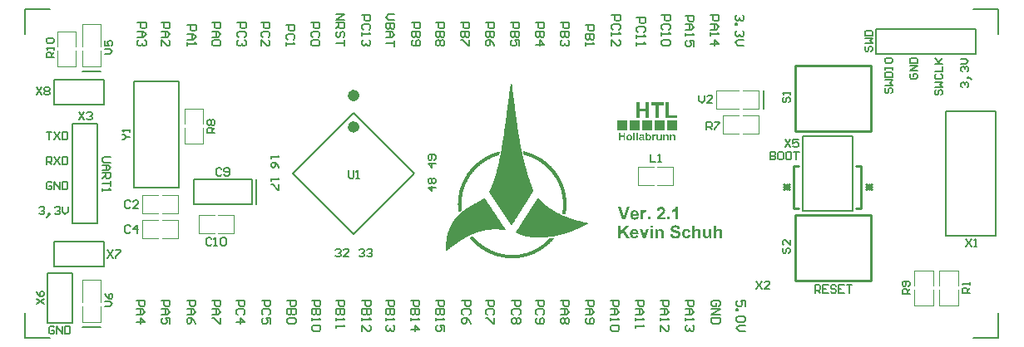
<source format=gto>
%FSLAX25Y25*%
%MOIN*%
G70*
G01*
G75*
%ADD10R,0.05118X0.05906*%
%ADD11R,0.08661X0.05906*%
%ADD12R,0.05906X0.05118*%
G04:AMPARAMS|DCode=13|XSize=9.84mil|YSize=61.02mil|CornerRadius=0mil|HoleSize=0mil|Usage=FLASHONLY|Rotation=45.000|XOffset=0mil|YOffset=0mil|HoleType=Round|Shape=Round|*
%AMOVALD13*
21,1,0.05118,0.00984,0.00000,0.00000,135.0*
1,1,0.00984,0.01810,-0.01810*
1,1,0.00984,-0.01810,0.01810*
%
%ADD13OVALD13*%

G04:AMPARAMS|DCode=14|XSize=9.84mil|YSize=61.02mil|CornerRadius=0mil|HoleSize=0mil|Usage=FLASHONLY|Rotation=315.000|XOffset=0mil|YOffset=0mil|HoleType=Round|Shape=Round|*
%AMOVALD14*
21,1,0.05118,0.00984,0.00000,0.00000,45.0*
1,1,0.00984,-0.01810,-0.01810*
1,1,0.00984,0.01810,0.01810*
%
%ADD14OVALD14*%

%ADD15R,0.08012X0.05906*%
%ADD16R,0.05906X0.08012*%
%ADD17C,0.03937*%
%ADD18C,0.01000*%
%ADD19C,0.06000*%
%ADD20R,0.05906X0.05906*%
%ADD21C,0.05906*%
%ADD22C,0.07087*%
%ADD23R,0.05906X0.05906*%
%ADD24C,0.05512*%
%ADD25C,0.02756*%
G04:AMPARAMS|DCode=26|XSize=59.06mil|YSize=51.18mil|CornerRadius=0mil|HoleSize=0mil|Usage=FLASHONLY|Rotation=315.000|XOffset=0mil|YOffset=0mil|HoleType=Round|Shape=Rectangle|*
%AMROTATEDRECTD26*
4,1,4,-0.03897,0.00278,-0.00278,0.03897,0.03897,-0.00278,0.00278,-0.03897,-0.03897,0.00278,0.0*
%
%ADD26ROTATEDRECTD26*%

G04:AMPARAMS|DCode=27|XSize=59.06mil|YSize=51.18mil|CornerRadius=0mil|HoleSize=0mil|Usage=FLASHONLY|Rotation=45.000|XOffset=0mil|YOffset=0mil|HoleType=Round|Shape=Rectangle|*
%AMROTATEDRECTD27*
4,1,4,-0.00278,-0.03897,-0.03897,-0.00278,0.00278,0.03897,0.03897,0.00278,-0.00278,-0.03897,0.0*
%
%ADD27ROTATEDRECTD27*%

%ADD28R,0.05906X0.08661*%
%ADD29R,0.03740X0.07480*%
%ADD30R,0.21654X0.27165*%
%ADD31R,0.07874X0.05118*%
%ADD32C,0.03740*%
%ADD33C,0.02362*%
%ADD34C,0.00394*%
%ADD35C,0.00787*%
%ADD36C,0.00800*%
%ADD37C,0.00100*%
%ADD38C,0.00591*%
%ADD39R,0.04000X0.04000*%
G36*
X308182Y97500D02*
X307212D01*
Y98470D01*
X308182D01*
Y97500D01*
D02*
G37*
G36*
X304872Y102567D02*
X304938Y102559D01*
X305011Y102552D01*
X305091Y102537D01*
X305178Y102523D01*
X305368Y102472D01*
X305557Y102399D01*
X305659Y102355D01*
X305747Y102304D01*
X305842Y102239D01*
X305922Y102166D01*
X305929Y102158D01*
X305944Y102151D01*
X305958Y102122D01*
X305987Y102093D01*
X306024Y102056D01*
X306060Y102005D01*
X306097Y101954D01*
X306140Y101889D01*
X306213Y101743D01*
X306286Y101575D01*
X306315Y101480D01*
X306330Y101378D01*
X306345Y101269D01*
X306352Y101160D01*
Y101145D01*
Y101101D01*
X306345Y101036D01*
X306337Y100955D01*
X306323Y100853D01*
X306301Y100744D01*
X306272Y100627D01*
X306228Y100511D01*
X306221Y100496D01*
X306206Y100460D01*
X306177Y100394D01*
X306133Y100314D01*
X306082Y100219D01*
X306017Y100110D01*
X305936Y99993D01*
X305842Y99869D01*
X305834Y99862D01*
X305805Y99826D01*
X305762Y99774D01*
X305696Y99702D01*
X305608Y99614D01*
X305499Y99497D01*
X305368Y99374D01*
X305207Y99220D01*
X305200Y99213D01*
X305186Y99206D01*
X305164Y99184D01*
X305135Y99155D01*
X305054Y99082D01*
X304960Y98994D01*
X304865Y98900D01*
X304770Y98805D01*
X304682Y98725D01*
X304653Y98688D01*
X304624Y98659D01*
X304617Y98652D01*
X304602Y98637D01*
X304580Y98608D01*
X304551Y98572D01*
X304486Y98491D01*
X304427Y98397D01*
X306352D01*
Y97500D01*
X302962D01*
Y97507D01*
Y97522D01*
X302969Y97551D01*
X302977Y97588D01*
X302984Y97631D01*
X302991Y97682D01*
X303020Y97813D01*
X303064Y97959D01*
X303122Y98120D01*
X303195Y98295D01*
X303290Y98462D01*
Y98470D01*
X303305Y98484D01*
X303319Y98513D01*
X303348Y98542D01*
X303378Y98593D01*
X303421Y98645D01*
X303472Y98710D01*
X303531Y98783D01*
X303596Y98870D01*
X303677Y98958D01*
X303764Y99060D01*
X303866Y99169D01*
X303975Y99279D01*
X304099Y99403D01*
X304230Y99534D01*
X304376Y99672D01*
X304384Y99680D01*
X304405Y99702D01*
X304435Y99731D01*
X304478Y99774D01*
X304537Y99818D01*
X304595Y99876D01*
X304726Y100008D01*
X304857Y100146D01*
X304989Y100285D01*
X305047Y100343D01*
X305105Y100409D01*
X305149Y100460D01*
X305178Y100504D01*
X305186Y100518D01*
X305207Y100555D01*
X305244Y100613D01*
X305280Y100693D01*
X305317Y100780D01*
X305353Y100883D01*
X305375Y100985D01*
X305382Y101094D01*
Y101101D01*
Y101109D01*
Y101145D01*
X305375Y101211D01*
X305361Y101284D01*
X305339Y101364D01*
X305310Y101444D01*
X305266Y101524D01*
X305207Y101597D01*
X305200Y101604D01*
X305178Y101626D01*
X305135Y101655D01*
X305083Y101684D01*
X305011Y101714D01*
X304930Y101743D01*
X304836Y101765D01*
X304726Y101772D01*
X304675D01*
X304617Y101765D01*
X304551Y101750D01*
X304471Y101728D01*
X304391Y101692D01*
X304311Y101648D01*
X304238Y101590D01*
X304230Y101582D01*
X304209Y101553D01*
X304180Y101509D01*
X304150Y101444D01*
X304114Y101364D01*
X304085Y101254D01*
X304056Y101130D01*
X304041Y100985D01*
X303079Y101079D01*
Y101087D01*
X303086Y101116D01*
Y101152D01*
X303101Y101211D01*
X303108Y101276D01*
X303130Y101349D01*
X303152Y101429D01*
X303173Y101524D01*
X303246Y101706D01*
X303334Y101896D01*
X303392Y101991D01*
X303458Y102078D01*
X303531Y102151D01*
X303611Y102224D01*
X303618Y102231D01*
X303633Y102239D01*
X303655Y102253D01*
X303691Y102282D01*
X303735Y102304D01*
X303793Y102333D01*
X303852Y102370D01*
X303924Y102399D01*
X304005Y102435D01*
X304092Y102464D01*
X304282Y102523D01*
X304508Y102559D01*
X304624Y102567D01*
X304748Y102574D01*
X304821D01*
X304872Y102567D01*
D02*
G37*
G36*
X300338Y97500D02*
X299368D01*
Y98470D01*
X300338D01*
Y97500D01*
D02*
G37*
G36*
X311440D02*
X310471D01*
Y101152D01*
X310464Y101145D01*
X310449Y101130D01*
X310420Y101109D01*
X310376Y101072D01*
X310325Y101028D01*
X310267Y100985D01*
X310194Y100934D01*
X310114Y100875D01*
X310026Y100817D01*
X309931Y100759D01*
X309829Y100693D01*
X309720Y100635D01*
X309487Y100525D01*
X309224Y100423D01*
Y101298D01*
X309231D01*
X309239Y101305D01*
X309261Y101313D01*
X309290Y101320D01*
X309363Y101356D01*
X309465Y101400D01*
X309589Y101459D01*
X309727Y101539D01*
X309880Y101641D01*
X310041Y101757D01*
X310048Y101765D01*
X310063Y101772D01*
X310084Y101794D01*
X310114Y101823D01*
X310194Y101896D01*
X310281Y101991D01*
X310383Y102107D01*
X310485Y102253D01*
X310580Y102406D01*
X310653Y102574D01*
X311440D01*
Y97500D01*
D02*
G37*
G36*
X298435Y101233D02*
X298515Y101218D01*
X298617Y101196D01*
X298727Y101160D01*
X298836Y101116D01*
X298953Y101050D01*
X298646Y100212D01*
X298639Y100219D01*
X298603Y100234D01*
X298559Y100263D01*
X298501Y100292D01*
X298428Y100321D01*
X298355Y100350D01*
X298275Y100365D01*
X298194Y100372D01*
X298165D01*
X298122Y100365D01*
X298078Y100358D01*
X298027Y100343D01*
X297968Y100321D01*
X297910Y100292D01*
X297852Y100256D01*
X297845Y100248D01*
X297830Y100234D01*
X297801Y100205D01*
X297772Y100161D01*
X297735Y100110D01*
X297699Y100037D01*
X297662Y99949D01*
X297633Y99847D01*
Y99833D01*
X297626Y99811D01*
X297619Y99789D01*
Y99753D01*
X297611Y99709D01*
X297604Y99651D01*
X297597Y99585D01*
X297589Y99512D01*
X297582Y99417D01*
X297575Y99322D01*
Y99206D01*
X297568Y99082D01*
X297560Y98943D01*
Y98790D01*
Y98623D01*
Y97500D01*
X296591D01*
Y101160D01*
X297487D01*
Y100642D01*
X297495Y100649D01*
X297524Y100693D01*
X297568Y100759D01*
X297626Y100839D01*
X297684Y100919D01*
X297757Y100999D01*
X297823Y101072D01*
X297896Y101123D01*
X297903Y101130D01*
X297925Y101145D01*
X297968Y101160D01*
X298020Y101181D01*
X298078Y101203D01*
X298151Y101225D01*
X298224Y101233D01*
X298311Y101240D01*
X298369D01*
X298435Y101233D01*
D02*
G37*
G36*
X326851Y93178D02*
X326859Y93186D01*
X326873Y93200D01*
X326902Y93230D01*
X326932Y93266D01*
X326983Y93310D01*
X327034Y93353D01*
X327099Y93404D01*
X327165Y93463D01*
X327245Y93514D01*
X327333Y93565D01*
X327522Y93652D01*
X327624Y93689D01*
X327733Y93718D01*
X327850Y93733D01*
X327967Y93740D01*
X328025D01*
X328091Y93733D01*
X328171Y93725D01*
X328266Y93711D01*
X328360Y93681D01*
X328470Y93652D01*
X328572Y93609D01*
X328586Y93601D01*
X328616Y93587D01*
X328667Y93558D01*
X328725Y93521D01*
X328791Y93477D01*
X328856Y93426D01*
X328922Y93361D01*
X328980Y93295D01*
X328987Y93288D01*
X329002Y93259D01*
X329024Y93222D01*
X329053Y93171D01*
X329089Y93106D01*
X329119Y93033D01*
X329148Y92952D01*
X329170Y92865D01*
Y92858D01*
X329177Y92821D01*
X329184Y92763D01*
X329199Y92690D01*
X329206Y92588D01*
X329213Y92464D01*
X329221Y92318D01*
Y92143D01*
Y90000D01*
X328251D01*
Y91925D01*
Y91932D01*
Y91946D01*
Y91976D01*
Y92019D01*
Y92063D01*
Y92114D01*
X328244Y92231D01*
X328237Y92355D01*
X328229Y92479D01*
X328215Y92581D01*
X328200Y92617D01*
X328193Y92654D01*
Y92661D01*
X328178Y92683D01*
X328164Y92705D01*
X328149Y92741D01*
X328083Y92821D01*
X328047Y92865D01*
X327996Y92901D01*
X327989Y92909D01*
X327974Y92916D01*
X327938Y92931D01*
X327901Y92952D01*
X327850Y92967D01*
X327792Y92982D01*
X327719Y92989D01*
X327646Y92996D01*
X327602D01*
X327559Y92989D01*
X327500Y92982D01*
X327435Y92967D01*
X327362Y92945D01*
X327289Y92916D01*
X327216Y92872D01*
X327209Y92865D01*
X327187Y92850D01*
X327150Y92821D01*
X327114Y92785D01*
X327063Y92734D01*
X327019Y92675D01*
X326975Y92602D01*
X326939Y92522D01*
Y92515D01*
X326924Y92479D01*
X326910Y92428D01*
X326895Y92347D01*
X326881Y92253D01*
X326866Y92129D01*
X326859Y91990D01*
X326851Y91830D01*
Y90000D01*
X325882D01*
Y95045D01*
X326851D01*
Y93178D01*
D02*
G37*
G36*
X290409Y97500D02*
X289308D01*
X287500Y102545D01*
X288601D01*
X289884Y98812D01*
X291116Y102545D01*
X292202D01*
X290409Y97500D01*
D02*
G37*
G36*
X294236Y101233D02*
X294302Y101225D01*
X294382Y101211D01*
X294469Y101196D01*
X294564Y101174D01*
X294666Y101145D01*
X294768Y101109D01*
X294878Y101065D01*
X294987Y101006D01*
X295089Y100948D01*
X295191Y100875D01*
X295293Y100788D01*
X295380Y100693D01*
X295388Y100686D01*
X295402Y100671D01*
X295424Y100635D01*
X295453Y100591D01*
X295490Y100533D01*
X295526Y100467D01*
X295570Y100380D01*
X295614Y100285D01*
X295657Y100175D01*
X295701Y100051D01*
X295738Y99920D01*
X295774Y99767D01*
X295803Y99607D01*
X295825Y99432D01*
X295840Y99250D01*
Y99045D01*
X293420D01*
Y99038D01*
Y99024D01*
Y99002D01*
X293427Y98973D01*
X293434Y98900D01*
X293449Y98798D01*
X293478Y98696D01*
X293521Y98579D01*
X293573Y98470D01*
X293646Y98375D01*
X293653Y98368D01*
X293689Y98338D01*
X293733Y98302D01*
X293799Y98258D01*
X293879Y98214D01*
X293981Y98178D01*
X294090Y98149D01*
X294207Y98141D01*
X294243D01*
X294287Y98149D01*
X294338Y98156D01*
X294396Y98171D01*
X294462Y98193D01*
X294528Y98222D01*
X294586Y98265D01*
X294593Y98273D01*
X294615Y98287D01*
X294644Y98317D01*
X294673Y98360D01*
X294717Y98418D01*
X294754Y98484D01*
X294790Y98572D01*
X294827Y98666D01*
X295789Y98506D01*
Y98499D01*
X295781Y98484D01*
X295767Y98455D01*
X295752Y98418D01*
X295730Y98375D01*
X295708Y98324D01*
X295643Y98207D01*
X295563Y98076D01*
X295461Y97937D01*
X295337Y97813D01*
X295198Y97697D01*
X295191D01*
X295184Y97682D01*
X295155Y97675D01*
X295125Y97653D01*
X295089Y97631D01*
X295038Y97609D01*
X294987Y97588D01*
X294921Y97558D01*
X294775Y97507D01*
X294608Y97464D01*
X294411Y97434D01*
X294199Y97420D01*
X294156D01*
X294112Y97427D01*
X294046D01*
X293966Y97442D01*
X293871Y97456D01*
X293769Y97471D01*
X293667Y97500D01*
X293551Y97529D01*
X293434Y97573D01*
X293317Y97624D01*
X293201Y97682D01*
X293084Y97755D01*
X292975Y97835D01*
X292880Y97930D01*
X292785Y98040D01*
X292778Y98047D01*
X292771Y98061D01*
X292756Y98090D01*
X292727Y98127D01*
X292705Y98178D01*
X292676Y98236D01*
X292639Y98302D01*
X292610Y98382D01*
X292574Y98470D01*
X292545Y98564D01*
X292508Y98666D01*
X292486Y98783D01*
X292464Y98900D01*
X292443Y99024D01*
X292435Y99162D01*
X292428Y99301D01*
Y99308D01*
Y99337D01*
Y99388D01*
X292435Y99454D01*
X292443Y99527D01*
X292450Y99614D01*
X292464Y99709D01*
X292486Y99818D01*
X292545Y100044D01*
X292581Y100161D01*
X292625Y100285D01*
X292683Y100401D01*
X292749Y100511D01*
X292822Y100620D01*
X292902Y100722D01*
X292909Y100730D01*
X292924Y100744D01*
X292953Y100773D01*
X292989Y100802D01*
X293033Y100839D01*
X293091Y100883D01*
X293157Y100934D01*
X293230Y100985D01*
X293310Y101028D01*
X293405Y101079D01*
X293500Y101123D01*
X293609Y101160D01*
X293718Y101189D01*
X293842Y101218D01*
X293966Y101233D01*
X294097Y101240D01*
X294178D01*
X294236Y101233D01*
D02*
G37*
G36*
X315013Y93733D02*
X315071D01*
X315136Y93725D01*
X315209Y93718D01*
X315289Y93703D01*
X315457Y93667D01*
X315632Y93616D01*
X315807Y93543D01*
X315967Y93448D01*
X315975D01*
X315982Y93434D01*
X316004Y93419D01*
X316033Y93397D01*
X316099Y93331D01*
X316186Y93237D01*
X316281Y93113D01*
X316376Y92967D01*
X316463Y92792D01*
X316536Y92588D01*
X315581Y92413D01*
Y92428D01*
X315574Y92457D01*
X315559Y92508D01*
X315537Y92573D01*
X315501Y92639D01*
X315464Y92712D01*
X315413Y92778D01*
X315355Y92836D01*
X315348Y92843D01*
X315326Y92858D01*
X315289Y92879D01*
X315238Y92909D01*
X315173Y92938D01*
X315100Y92960D01*
X315013Y92974D01*
X314918Y92982D01*
X314903D01*
X314859Y92974D01*
X314794Y92967D01*
X314706Y92952D01*
X314619Y92916D01*
X314524Y92872D01*
X314429Y92814D01*
X314342Y92726D01*
X314335Y92712D01*
X314313Y92675D01*
X314276Y92617D01*
X314240Y92530D01*
X314196Y92413D01*
X314181Y92347D01*
X314167Y92274D01*
X314152Y92187D01*
X314138Y92099D01*
X314130Y91997D01*
Y91895D01*
Y91888D01*
Y91866D01*
Y91830D01*
X314138Y91786D01*
Y91735D01*
X314145Y91677D01*
X314159Y91531D01*
X314181Y91378D01*
X314225Y91225D01*
X314276Y91086D01*
X314313Y91028D01*
X314349Y90970D01*
X314356Y90955D01*
X314393Y90926D01*
X314437Y90889D01*
X314502Y90838D01*
X314590Y90787D01*
X314684Y90751D01*
X314801Y90722D01*
X314932Y90707D01*
X314976D01*
X315027Y90714D01*
X315093Y90729D01*
X315165Y90744D01*
X315238Y90773D01*
X315311Y90809D01*
X315384Y90860D01*
X315391Y90868D01*
X315413Y90889D01*
X315443Y90926D01*
X315486Y90984D01*
X315530Y91057D01*
X315566Y91152D01*
X315610Y91268D01*
X315639Y91400D01*
X316587Y91239D01*
Y91232D01*
X316580Y91210D01*
X316572Y91174D01*
X316558Y91130D01*
X316536Y91079D01*
X316514Y91013D01*
X316456Y90868D01*
X316383Y90707D01*
X316281Y90547D01*
X316157Y90386D01*
X316084Y90314D01*
X316011Y90248D01*
X316004D01*
X315989Y90233D01*
X315967Y90219D01*
X315938Y90197D01*
X315895Y90175D01*
X315844Y90146D01*
X315785Y90117D01*
X315712Y90087D01*
X315639Y90051D01*
X315552Y90022D01*
X315464Y89993D01*
X315362Y89971D01*
X315253Y89949D01*
X315136Y89934D01*
X315020Y89927D01*
X314889Y89920D01*
X314808D01*
X314757Y89927D01*
X314692Y89934D01*
X314612Y89949D01*
X314524Y89964D01*
X314429Y89985D01*
X314327Y90007D01*
X314225Y90044D01*
X314116Y90080D01*
X314014Y90131D01*
X313904Y90189D01*
X313802Y90255D01*
X313707Y90335D01*
X313613Y90423D01*
X313605Y90430D01*
X313591Y90445D01*
X313569Y90474D01*
X313540Y90518D01*
X313503Y90569D01*
X313460Y90627D01*
X313423Y90700D01*
X313380Y90787D01*
X313329Y90882D01*
X313292Y90984D01*
X313248Y91101D01*
X313212Y91225D01*
X313183Y91363D01*
X313161Y91502D01*
X313146Y91662D01*
X313139Y91822D01*
Y91830D01*
Y91859D01*
Y91910D01*
X313146Y91968D01*
X313154Y92049D01*
X313161Y92136D01*
X313175Y92231D01*
X313197Y92340D01*
X313256Y92566D01*
X313292Y92683D01*
X313336Y92799D01*
X313394Y92916D01*
X313460Y93025D01*
X313533Y93127D01*
X313613Y93230D01*
X313620Y93237D01*
X313635Y93251D01*
X313664Y93273D01*
X313700Y93310D01*
X313751Y93346D01*
X313810Y93390D01*
X313875Y93441D01*
X313955Y93485D01*
X314043Y93536D01*
X314138Y93579D01*
X314247Y93623D01*
X314364Y93660D01*
X314480Y93696D01*
X314619Y93718D01*
X314757Y93733D01*
X314903Y93740D01*
X314969D01*
X315013Y93733D01*
D02*
G37*
G36*
X324898Y90000D02*
X324001D01*
Y90547D01*
X323994Y90532D01*
X323965Y90496D01*
X323921Y90445D01*
X323855Y90379D01*
X323782Y90299D01*
X323688Y90226D01*
X323586Y90146D01*
X323469Y90080D01*
X323454Y90073D01*
X323411Y90058D01*
X323345Y90029D01*
X323257Y90000D01*
X323155Y89971D01*
X323039Y89942D01*
X322915Y89927D01*
X322784Y89920D01*
X322718D01*
X322652Y89927D01*
X322565Y89942D01*
X322456Y89956D01*
X322346Y89985D01*
X322230Y90029D01*
X322120Y90080D01*
X322106Y90087D01*
X322077Y90109D01*
X322018Y90146D01*
X321960Y90197D01*
X321887Y90262D01*
X321821Y90335D01*
X321756Y90430D01*
X321697Y90532D01*
X321690Y90547D01*
X321675Y90583D01*
X321654Y90649D01*
X321632Y90744D01*
X321610Y90860D01*
X321588Y90999D01*
X321573Y91159D01*
X321566Y91341D01*
Y93660D01*
X322536D01*
Y91976D01*
Y91968D01*
Y91939D01*
Y91903D01*
Y91852D01*
Y91793D01*
Y91728D01*
X322543Y91575D01*
X322550Y91407D01*
X322558Y91254D01*
X322565Y91188D01*
X322572Y91123D01*
X322580Y91072D01*
X322587Y91035D01*
Y91028D01*
X322594Y91006D01*
X322609Y90977D01*
X322631Y90933D01*
X322652Y90889D01*
X322689Y90846D01*
X322725Y90802D01*
X322776Y90758D01*
X322784Y90751D01*
X322806Y90744D01*
X322835Y90729D01*
X322878Y90714D01*
X322929Y90693D01*
X322995Y90678D01*
X323061Y90671D01*
X323141Y90663D01*
X323184D01*
X323228Y90671D01*
X323287Y90678D01*
X323359Y90693D01*
X323432Y90722D01*
X323513Y90751D01*
X323586Y90795D01*
X323593Y90802D01*
X323615Y90816D01*
X323651Y90846D01*
X323695Y90889D01*
X323739Y90940D01*
X323782Y90991D01*
X323826Y91057D01*
X323855Y91130D01*
Y91137D01*
X323870Y91174D01*
Y91203D01*
X323877Y91239D01*
X323884Y91276D01*
X323892Y91327D01*
X323899Y91392D01*
X323906Y91458D01*
X323914Y91538D01*
Y91633D01*
X323921Y91735D01*
X323928Y91852D01*
Y91976D01*
Y92114D01*
Y93660D01*
X324898D01*
Y90000D01*
D02*
G37*
G36*
X298369D02*
X297495D01*
X296022Y93660D01*
X297035D01*
X297728Y91786D01*
X297925Y91166D01*
X297932Y91174D01*
X297939Y91203D01*
X297954Y91247D01*
X297968Y91290D01*
X298005Y91400D01*
X298020Y91443D01*
X298027Y91480D01*
Y91487D01*
X298034Y91509D01*
X298041Y91538D01*
X298056Y91575D01*
X298085Y91677D01*
X298129Y91786D01*
X298829Y93660D01*
X299820D01*
X298369Y90000D01*
D02*
G37*
G36*
X290052Y93076D02*
X292056Y90000D01*
X290737D01*
X289344Y92369D01*
X288521Y91524D01*
Y90000D01*
X287500D01*
Y95045D01*
X288521D01*
Y92799D01*
X290591Y95045D01*
X291962D01*
X290052Y93076D01*
D02*
G37*
G36*
X301387Y94148D02*
X300418D01*
Y95045D01*
X301387D01*
Y94148D01*
D02*
G37*
G36*
X310573Y95132D02*
X310653Y95125D01*
X310748Y95118D01*
X310843Y95103D01*
X310952Y95088D01*
X311185Y95037D01*
X311302Y95001D01*
X311419Y94964D01*
X311535Y94914D01*
X311645Y94855D01*
X311747Y94789D01*
X311841Y94717D01*
X311849Y94709D01*
X311863Y94695D01*
X311885Y94673D01*
X311914Y94644D01*
X311951Y94600D01*
X311994Y94549D01*
X312038Y94491D01*
X312089Y94425D01*
X312133Y94345D01*
X312177Y94265D01*
X312220Y94170D01*
X312257Y94068D01*
X312293Y93966D01*
X312322Y93849D01*
X312344Y93733D01*
X312352Y93601D01*
X311331Y93565D01*
Y93572D01*
Y93579D01*
X311316Y93630D01*
X311302Y93696D01*
X311273Y93776D01*
X311236Y93871D01*
X311185Y93958D01*
X311120Y94046D01*
X311047Y94119D01*
X311039Y94126D01*
X311010Y94148D01*
X310959Y94177D01*
X310886Y94206D01*
X310799Y94235D01*
X310689Y94265D01*
X310558Y94287D01*
X310405Y94294D01*
X310332D01*
X310252Y94287D01*
X310157Y94272D01*
X310048Y94250D01*
X309931Y94214D01*
X309822Y94170D01*
X309720Y94104D01*
X309713Y94097D01*
X309698Y94082D01*
X309669Y94060D01*
X309640Y94024D01*
X309611Y93980D01*
X309581Y93922D01*
X309567Y93864D01*
X309559Y93791D01*
Y93783D01*
Y93762D01*
X309567Y93725D01*
X309581Y93689D01*
X309596Y93638D01*
X309618Y93587D01*
X309654Y93536D01*
X309705Y93485D01*
X309713Y93477D01*
X309749Y93455D01*
X309771Y93441D01*
X309807Y93426D01*
X309844Y93404D01*
X309895Y93383D01*
X309953Y93361D01*
X310019Y93331D01*
X310099Y93302D01*
X310179Y93273D01*
X310281Y93244D01*
X310391Y93215D01*
X310507Y93186D01*
X310638Y93149D01*
X310646D01*
X310675Y93142D01*
X310711Y93135D01*
X310762Y93120D01*
X310821Y93106D01*
X310894Y93084D01*
X310974Y93062D01*
X311054Y93040D01*
X311229Y92982D01*
X311411Y92923D01*
X311586Y92858D01*
X311659Y92821D01*
X311732Y92785D01*
X311739D01*
X311747Y92778D01*
X311790Y92748D01*
X311856Y92705D01*
X311936Y92646D01*
X312024Y92573D01*
X312118Y92486D01*
X312213Y92384D01*
X312293Y92267D01*
X312301Y92253D01*
X312322Y92209D01*
X312359Y92143D01*
X312395Y92049D01*
X312432Y91932D01*
X312468Y91793D01*
X312490Y91640D01*
X312497Y91465D01*
Y91458D01*
Y91443D01*
Y91422D01*
Y91392D01*
X312490Y91356D01*
X312483Y91305D01*
X312468Y91203D01*
X312439Y91072D01*
X312395Y90933D01*
X312330Y90795D01*
X312249Y90649D01*
Y90641D01*
X312235Y90634D01*
X312206Y90591D01*
X312147Y90518D01*
X312075Y90437D01*
X311980Y90343D01*
X311856Y90255D01*
X311725Y90168D01*
X311564Y90087D01*
X311557D01*
X311542Y90080D01*
X311521Y90073D01*
X311484Y90058D01*
X311440Y90044D01*
X311389Y90029D01*
X311331Y90015D01*
X311265Y90000D01*
X311185Y89978D01*
X311105Y89964D01*
X310915Y89934D01*
X310704Y89912D01*
X310471Y89905D01*
X310376D01*
X310310Y89912D01*
X310230Y89920D01*
X310143Y89927D01*
X310041Y89942D01*
X309931Y89964D01*
X309691Y90015D01*
X309567Y90051D01*
X309450Y90087D01*
X309326Y90139D01*
X309210Y90197D01*
X309100Y90262D01*
X308998Y90343D01*
X308991Y90350D01*
X308976Y90364D01*
X308947Y90386D01*
X308918Y90423D01*
X308874Y90474D01*
X308830Y90532D01*
X308780Y90598D01*
X308729Y90671D01*
X308677Y90758D01*
X308626Y90853D01*
X308575Y90962D01*
X308524Y91079D01*
X308488Y91203D01*
X308444Y91341D01*
X308415Y91487D01*
X308393Y91640D01*
X309385Y91735D01*
Y91728D01*
X309392Y91713D01*
Y91684D01*
X309399Y91655D01*
X309428Y91567D01*
X309465Y91458D01*
X309508Y91334D01*
X309574Y91210D01*
X309647Y91101D01*
X309742Y90999D01*
X309756Y90991D01*
X309793Y90962D01*
X309851Y90926D01*
X309939Y90882D01*
X310048Y90838D01*
X310172Y90802D01*
X310318Y90773D01*
X310485Y90765D01*
X310566D01*
X310653Y90780D01*
X310762Y90795D01*
X310879Y90816D01*
X311003Y90853D01*
X311120Y90904D01*
X311222Y90970D01*
X311236Y90977D01*
X311265Y91006D01*
X311302Y91050D01*
X311353Y91108D01*
X311397Y91181D01*
X311440Y91268D01*
X311470Y91356D01*
X311477Y91458D01*
Y91465D01*
Y91487D01*
X311470Y91524D01*
X311462Y91567D01*
X311448Y91611D01*
X311433Y91662D01*
X311404Y91713D01*
X311368Y91764D01*
X311360Y91772D01*
X311346Y91786D01*
X311324Y91808D01*
X311287Y91837D01*
X311236Y91874D01*
X311171Y91910D01*
X311098Y91946D01*
X311003Y91983D01*
X310996D01*
X310966Y91997D01*
X310915Y92012D01*
X310879Y92027D01*
X310835Y92034D01*
X310784Y92049D01*
X310726Y92070D01*
X310660Y92085D01*
X310587Y92107D01*
X310500Y92129D01*
X310405Y92150D01*
X310303Y92180D01*
X310187Y92209D01*
X310179D01*
X310150Y92216D01*
X310106Y92231D01*
X310055Y92245D01*
X309990Y92267D01*
X309910Y92289D01*
X309829Y92318D01*
X309735Y92347D01*
X309545Y92420D01*
X309363Y92508D01*
X309268Y92551D01*
X309188Y92602D01*
X309108Y92654D01*
X309042Y92705D01*
X309035Y92712D01*
X309020Y92726D01*
X308998Y92748D01*
X308969Y92778D01*
X308933Y92821D01*
X308896Y92872D01*
X308852Y92923D01*
X308816Y92989D01*
X308729Y93142D01*
X308656Y93317D01*
X308626Y93412D01*
X308605Y93506D01*
X308590Y93616D01*
X308583Y93725D01*
Y93733D01*
Y93740D01*
Y93762D01*
Y93791D01*
X308597Y93864D01*
X308612Y93958D01*
X308634Y94068D01*
X308670Y94192D01*
X308721Y94323D01*
X308794Y94447D01*
Y94454D01*
X308801Y94462D01*
X308838Y94505D01*
X308882Y94564D01*
X308955Y94636D01*
X309042Y94717D01*
X309151Y94804D01*
X309275Y94884D01*
X309421Y94957D01*
X309428D01*
X309443Y94964D01*
X309465Y94972D01*
X309494Y94986D01*
X309538Y95001D01*
X309581Y95016D01*
X309640Y95030D01*
X309705Y95052D01*
X309851Y95081D01*
X310019Y95110D01*
X310208Y95132D01*
X310420Y95139D01*
X310507D01*
X310573Y95132D01*
D02*
G37*
G36*
X304588Y93733D02*
X304668Y93725D01*
X304755Y93711D01*
X304850Y93689D01*
X304952Y93660D01*
X305054Y93623D01*
X305069Y93616D01*
X305098Y93601D01*
X305149Y93579D01*
X305207Y93543D01*
X305273Y93499D01*
X305339Y93448D01*
X305404Y93390D01*
X305463Y93324D01*
X305470Y93317D01*
X305484Y93295D01*
X305506Y93259D01*
X305536Y93208D01*
X305572Y93149D01*
X305601Y93076D01*
X305630Y93003D01*
X305652Y92916D01*
Y92909D01*
X305659Y92872D01*
X305674Y92821D01*
X305681Y92748D01*
X305696Y92661D01*
X305703Y92544D01*
X305710Y92420D01*
Y92267D01*
Y90000D01*
X304741D01*
Y91859D01*
Y91866D01*
Y91888D01*
Y91917D01*
Y91954D01*
Y92005D01*
Y92056D01*
X304734Y92180D01*
X304726Y92304D01*
X304712Y92435D01*
X304697Y92544D01*
X304690Y92588D01*
X304675Y92624D01*
Y92632D01*
X304661Y92654D01*
X304646Y92683D01*
X304624Y92726D01*
X304559Y92814D01*
X304522Y92858D01*
X304471Y92894D01*
X304464Y92901D01*
X304449Y92909D01*
X304420Y92923D01*
X304376Y92945D01*
X304325Y92967D01*
X304274Y92982D01*
X304209Y92989D01*
X304136Y92996D01*
X304092D01*
X304048Y92989D01*
X303990Y92982D01*
X303917Y92960D01*
X303844Y92938D01*
X303764Y92901D01*
X303684Y92858D01*
X303677Y92850D01*
X303655Y92836D01*
X303618Y92799D01*
X303574Y92763D01*
X303531Y92705D01*
X303487Y92646D01*
X303443Y92566D01*
X303414Y92486D01*
Y92479D01*
X303399Y92442D01*
X303392Y92384D01*
X303378Y92296D01*
X303370Y92245D01*
X303363Y92180D01*
X303356Y92114D01*
Y92034D01*
X303348Y91954D01*
X303341Y91859D01*
Y91757D01*
Y91647D01*
Y90000D01*
X302372D01*
Y93660D01*
X303268D01*
Y93120D01*
X303276Y93127D01*
X303290Y93149D01*
X303319Y93178D01*
X303356Y93215D01*
X303399Y93266D01*
X303458Y93317D01*
X303523Y93375D01*
X303596Y93434D01*
X303677Y93485D01*
X303771Y93543D01*
X303866Y93594D01*
X303975Y93645D01*
X304092Y93681D01*
X304209Y93711D01*
X304340Y93733D01*
X304471Y93740D01*
X304522D01*
X304588Y93733D01*
D02*
G37*
G36*
X292091Y131630D02*
X292136Y131625D01*
X292186Y131616D01*
X292245Y131607D01*
X292304Y131593D01*
X292373Y131575D01*
X292441Y131552D01*
X292509Y131525D01*
X292582Y131493D01*
X292655Y131452D01*
X292723Y131407D01*
X292791Y131357D01*
X292855Y131298D01*
X292860Y131293D01*
X292869Y131284D01*
X292887Y131261D01*
X292905Y131238D01*
X292932Y131202D01*
X292960Y131166D01*
X292992Y131115D01*
X293023Y131065D01*
X293051Y131006D01*
X293082Y130943D01*
X293110Y130870D01*
X293137Y130797D01*
X293155Y130715D01*
X293174Y130633D01*
X293183Y130542D01*
X293187Y130447D01*
Y130442D01*
Y130424D01*
Y130397D01*
X293183Y130360D01*
X293178Y130315D01*
X293169Y130265D01*
X293160Y130205D01*
X293146Y130146D01*
X293128Y130078D01*
X293105Y130010D01*
X293078Y129937D01*
X293046Y129864D01*
X293005Y129791D01*
X292960Y129723D01*
X292910Y129655D01*
X292850Y129587D01*
X292846Y129582D01*
X292837Y129573D01*
X292819Y129555D01*
X292791Y129532D01*
X292759Y129509D01*
X292719Y129482D01*
X292673Y129450D01*
X292623Y129418D01*
X292564Y129386D01*
X292500Y129355D01*
X292432Y129327D01*
X292355Y129305D01*
X292277Y129282D01*
X292191Y129264D01*
X292104Y129254D01*
X292009Y129250D01*
X291977D01*
X291954Y129254D01*
X291927D01*
X291895Y129259D01*
X291818Y129268D01*
X291722Y129286D01*
X291622Y129309D01*
X291517Y129346D01*
X291408Y129391D01*
X291404D01*
X291394Y129396D01*
X291381Y129405D01*
X291363Y129418D01*
X291313Y129450D01*
X291249Y129496D01*
X291181Y129555D01*
X291108Y129628D01*
X291040Y129709D01*
X290976Y129805D01*
Y129810D01*
X290971Y129819D01*
X290962Y129832D01*
X290953Y129855D01*
X290944Y129882D01*
X290930Y129914D01*
X290917Y129951D01*
X290903Y129992D01*
X290889Y130037D01*
X290876Y130087D01*
X290853Y130201D01*
X290835Y130333D01*
X290830Y130474D01*
Y130478D01*
Y130488D01*
Y130506D01*
X290835Y130524D01*
Y130551D01*
X290839Y130583D01*
X290848Y130660D01*
X290867Y130747D01*
X290894Y130842D01*
X290926Y130947D01*
X290976Y131052D01*
Y131056D01*
X290985Y131065D01*
X290990Y131079D01*
X291003Y131097D01*
X291040Y131147D01*
X291085Y131211D01*
X291144Y131279D01*
X291217Y131352D01*
X291299Y131420D01*
X291394Y131484D01*
X291399D01*
X291408Y131489D01*
X291422Y131498D01*
X291444Y131507D01*
X291467Y131520D01*
X291499Y131529D01*
X291536Y131543D01*
X291572Y131561D01*
X291663Y131589D01*
X291768Y131611D01*
X291881Y131630D01*
X292004Y131634D01*
X292054D01*
X292091Y131630D01*
D02*
G37*
G36*
X309708D02*
X309758Y131625D01*
X309813Y131616D01*
X309872Y131602D01*
X309936Y131584D01*
X309999Y131561D01*
X310009Y131557D01*
X310027Y131548D01*
X310059Y131534D01*
X310095Y131511D01*
X310136Y131484D01*
X310177Y131452D01*
X310218Y131416D01*
X310254Y131375D01*
X310259Y131370D01*
X310268Y131357D01*
X310282Y131334D01*
X310300Y131302D01*
X310322Y131266D01*
X310341Y131220D01*
X310359Y131175D01*
X310373Y131120D01*
Y131115D01*
X310377Y131093D01*
X310386Y131061D01*
X310391Y131015D01*
X310400Y130961D01*
X310404Y130888D01*
X310409Y130811D01*
Y130715D01*
Y129300D01*
X309804D01*
Y130460D01*
Y130465D01*
Y130478D01*
Y130497D01*
Y130519D01*
Y130551D01*
Y130583D01*
X309799Y130660D01*
X309795Y130738D01*
X309786Y130820D01*
X309776Y130888D01*
X309772Y130915D01*
X309763Y130938D01*
Y130943D01*
X309754Y130956D01*
X309745Y130974D01*
X309731Y131002D01*
X309690Y131056D01*
X309667Y131084D01*
X309635Y131106D01*
X309631Y131111D01*
X309622Y131115D01*
X309604Y131124D01*
X309576Y131138D01*
X309544Y131152D01*
X309513Y131161D01*
X309472Y131166D01*
X309426Y131170D01*
X309399D01*
X309371Y131166D01*
X309335Y131161D01*
X309290Y131147D01*
X309244Y131134D01*
X309194Y131111D01*
X309144Y131084D01*
X309139Y131079D01*
X309126Y131070D01*
X309103Y131047D01*
X309076Y131025D01*
X309049Y130988D01*
X309021Y130952D01*
X308994Y130902D01*
X308976Y130851D01*
Y130847D01*
X308967Y130824D01*
X308962Y130788D01*
X308953Y130733D01*
X308948Y130701D01*
X308944Y130660D01*
X308939Y130620D01*
Y130570D01*
X308935Y130519D01*
X308930Y130460D01*
Y130397D01*
Y130328D01*
Y129300D01*
X308325D01*
Y131584D01*
X308885D01*
Y131247D01*
X308889Y131252D01*
X308898Y131266D01*
X308917Y131284D01*
X308939Y131307D01*
X308967Y131338D01*
X309003Y131370D01*
X309044Y131407D01*
X309089Y131443D01*
X309139Y131475D01*
X309199Y131511D01*
X309258Y131543D01*
X309326Y131575D01*
X309399Y131598D01*
X309472Y131616D01*
X309554Y131630D01*
X309635Y131634D01*
X309667D01*
X309708Y131630D01*
D02*
G37*
G36*
X307019D02*
X307069Y131625D01*
X307124Y131616D01*
X307183Y131602D01*
X307247Y131584D01*
X307310Y131561D01*
X307319Y131557D01*
X307338Y131548D01*
X307369Y131534D01*
X307406Y131511D01*
X307447Y131484D01*
X307488Y131452D01*
X307529Y131416D01*
X307565Y131375D01*
X307570Y131370D01*
X307579Y131357D01*
X307593Y131334D01*
X307611Y131302D01*
X307633Y131266D01*
X307652Y131220D01*
X307670Y131175D01*
X307683Y131120D01*
Y131115D01*
X307688Y131093D01*
X307697Y131061D01*
X307702Y131015D01*
X307711Y130961D01*
X307715Y130888D01*
X307720Y130811D01*
Y130715D01*
Y129300D01*
X307115D01*
Y130460D01*
Y130465D01*
Y130478D01*
Y130497D01*
Y130519D01*
Y130551D01*
Y130583D01*
X307110Y130660D01*
X307106Y130738D01*
X307097Y130820D01*
X307087Y130888D01*
X307083Y130915D01*
X307074Y130938D01*
Y130943D01*
X307065Y130956D01*
X307056Y130974D01*
X307042Y131002D01*
X307001Y131056D01*
X306978Y131084D01*
X306946Y131106D01*
X306942Y131111D01*
X306933Y131115D01*
X306915Y131124D01*
X306887Y131138D01*
X306855Y131152D01*
X306823Y131161D01*
X306783Y131166D01*
X306737Y131170D01*
X306710D01*
X306682Y131166D01*
X306646Y131161D01*
X306601Y131147D01*
X306555Y131134D01*
X306505Y131111D01*
X306455Y131084D01*
X306451Y131079D01*
X306437Y131070D01*
X306414Y131047D01*
X306387Y131025D01*
X306360Y130988D01*
X306332Y130952D01*
X306305Y130902D01*
X306287Y130851D01*
Y130847D01*
X306278Y130824D01*
X306273Y130788D01*
X306264Y130733D01*
X306259Y130701D01*
X306255Y130660D01*
X306250Y130620D01*
Y130570D01*
X306246Y130519D01*
X306241Y130460D01*
Y130397D01*
Y130328D01*
Y129300D01*
X305636D01*
Y131584D01*
X306196D01*
Y131247D01*
X306200Y131252D01*
X306209Y131266D01*
X306227Y131284D01*
X306250Y131307D01*
X306278Y131338D01*
X306314Y131370D01*
X306355Y131407D01*
X306400Y131443D01*
X306451Y131475D01*
X306510Y131511D01*
X306569Y131543D01*
X306637Y131575D01*
X306710Y131598D01*
X306783Y131616D01*
X306865Y131630D01*
X306946Y131634D01*
X306978D01*
X307019Y131630D01*
D02*
G37*
G36*
X290316Y129300D02*
X289679D01*
Y130679D01*
X288437D01*
Y129300D01*
X287800D01*
Y132449D01*
X288437D01*
Y131211D01*
X289679D01*
Y132449D01*
X290316D01*
Y129300D01*
D02*
G37*
G36*
X302369Y131630D02*
X302419Y131621D01*
X302483Y131607D01*
X302551Y131584D01*
X302619Y131557D01*
X302692Y131516D01*
X302501Y130993D01*
X302497Y130997D01*
X302474Y131006D01*
X302447Y131025D01*
X302410Y131043D01*
X302365Y131061D01*
X302319Y131079D01*
X302269Y131088D01*
X302219Y131093D01*
X302201D01*
X302173Y131088D01*
X302146Y131084D01*
X302114Y131075D01*
X302078Y131061D01*
X302042Y131043D01*
X302005Y131020D01*
X302001Y131015D01*
X301991Y131006D01*
X301973Y130988D01*
X301955Y130961D01*
X301932Y130929D01*
X301909Y130883D01*
X301887Y130829D01*
X301869Y130765D01*
Y130756D01*
X301864Y130742D01*
X301859Y130729D01*
Y130706D01*
X301855Y130679D01*
X301850Y130642D01*
X301846Y130601D01*
X301841Y130556D01*
X301837Y130497D01*
X301832Y130438D01*
Y130365D01*
X301828Y130287D01*
X301823Y130201D01*
Y130105D01*
Y130001D01*
Y129300D01*
X301218D01*
Y131584D01*
X301778D01*
Y131261D01*
X301782Y131266D01*
X301800Y131293D01*
X301828Y131334D01*
X301864Y131384D01*
X301901Y131434D01*
X301946Y131484D01*
X301987Y131529D01*
X302032Y131561D01*
X302037Y131566D01*
X302051Y131575D01*
X302078Y131584D01*
X302110Y131598D01*
X302146Y131611D01*
X302192Y131625D01*
X302237Y131630D01*
X302292Y131634D01*
X302328D01*
X302369Y131630D01*
D02*
G37*
G36*
X299838Y138200D02*
X298562D01*
Y140960D01*
X296075D01*
Y138200D01*
X294800D01*
Y144504D01*
X296075D01*
Y142026D01*
X298562D01*
Y144504D01*
X299838D01*
Y138200D01*
D02*
G37*
G36*
X307845Y139266D02*
X311016D01*
Y138200D01*
X306570D01*
Y144459D01*
X307845D01*
Y139266D01*
D02*
G37*
G36*
X305714Y143438D02*
X303855D01*
Y138200D01*
X302580D01*
Y143438D01*
X300712D01*
Y144504D01*
X305714D01*
Y143438D01*
D02*
G37*
G36*
X294105Y93733D02*
X294170Y93725D01*
X294250Y93711D01*
X294338Y93696D01*
X294433Y93674D01*
X294535Y93645D01*
X294637Y93609D01*
X294746Y93565D01*
X294856Y93506D01*
X294958Y93448D01*
X295060Y93375D01*
X295162Y93288D01*
X295249Y93193D01*
X295257Y93186D01*
X295271Y93171D01*
X295293Y93135D01*
X295322Y93091D01*
X295359Y93033D01*
X295395Y92967D01*
X295439Y92879D01*
X295482Y92785D01*
X295526Y92675D01*
X295570Y92551D01*
X295606Y92420D01*
X295643Y92267D01*
X295672Y92107D01*
X295694Y91932D01*
X295708Y91750D01*
Y91545D01*
X293288D01*
Y91538D01*
Y91524D01*
Y91502D01*
X293296Y91473D01*
X293303Y91400D01*
X293317Y91298D01*
X293347Y91196D01*
X293390Y91079D01*
X293441Y90970D01*
X293514Y90875D01*
X293521Y90868D01*
X293558Y90838D01*
X293602Y90802D01*
X293667Y90758D01*
X293747Y90714D01*
X293850Y90678D01*
X293959Y90649D01*
X294076Y90641D01*
X294112D01*
X294156Y90649D01*
X294207Y90656D01*
X294265Y90671D01*
X294331Y90693D01*
X294396Y90722D01*
X294455Y90765D01*
X294462Y90773D01*
X294484Y90787D01*
X294513Y90816D01*
X294542Y90860D01*
X294586Y90918D01*
X294622Y90984D01*
X294659Y91072D01*
X294695Y91166D01*
X295657Y91006D01*
Y90999D01*
X295650Y90984D01*
X295636Y90955D01*
X295621Y90918D01*
X295599Y90875D01*
X295577Y90824D01*
X295512Y90707D01*
X295431Y90576D01*
X295329Y90437D01*
X295205Y90314D01*
X295067Y90197D01*
X295060D01*
X295052Y90182D01*
X295023Y90175D01*
X294994Y90153D01*
X294958Y90131D01*
X294907Y90109D01*
X294856Y90087D01*
X294790Y90058D01*
X294644Y90007D01*
X294477Y89964D01*
X294280Y89934D01*
X294068Y89920D01*
X294024D01*
X293981Y89927D01*
X293915D01*
X293835Y89942D01*
X293740Y89956D01*
X293638Y89971D01*
X293536Y90000D01*
X293420Y90029D01*
X293303Y90073D01*
X293186Y90124D01*
X293070Y90182D01*
X292953Y90255D01*
X292844Y90335D01*
X292749Y90430D01*
X292654Y90539D01*
X292647Y90547D01*
X292639Y90561D01*
X292625Y90591D01*
X292596Y90627D01*
X292574Y90678D01*
X292545Y90736D01*
X292508Y90802D01*
X292479Y90882D01*
X292443Y90970D01*
X292413Y91064D01*
X292377Y91166D01*
X292355Y91283D01*
X292333Y91400D01*
X292311Y91524D01*
X292304Y91662D01*
X292297Y91801D01*
Y91808D01*
Y91837D01*
Y91888D01*
X292304Y91954D01*
X292311Y92027D01*
X292319Y92114D01*
X292333Y92209D01*
X292355Y92318D01*
X292413Y92544D01*
X292450Y92661D01*
X292494Y92785D01*
X292552Y92901D01*
X292618Y93011D01*
X292690Y93120D01*
X292771Y93222D01*
X292778Y93230D01*
X292793Y93244D01*
X292822Y93273D01*
X292858Y93302D01*
X292902Y93339D01*
X292960Y93383D01*
X293026Y93434D01*
X293099Y93485D01*
X293179Y93528D01*
X293274Y93579D01*
X293368Y93623D01*
X293478Y93660D01*
X293587Y93689D01*
X293711Y93718D01*
X293835Y93733D01*
X293966Y93740D01*
X294046D01*
X294105Y93733D01*
D02*
G37*
G36*
X295485Y129300D02*
X294880D01*
Y132449D01*
X295485D01*
Y129300D01*
D02*
G37*
G36*
X294261D02*
X293656D01*
Y132449D01*
X294261D01*
Y129300D01*
D02*
G37*
G36*
X299134Y131316D02*
X299139Y131320D01*
X299148Y131329D01*
X299161Y131343D01*
X299184Y131366D01*
X299211Y131388D01*
X299243Y131416D01*
X299280Y131448D01*
X299321Y131475D01*
X299416Y131534D01*
X299530Y131584D01*
X299589Y131607D01*
X299657Y131621D01*
X299726Y131630D01*
X299794Y131634D01*
X299835D01*
X299862Y131630D01*
X299899Y131625D01*
X299939Y131616D01*
X299985Y131607D01*
X300040Y131598D01*
X300149Y131561D01*
X300203Y131534D01*
X300262Y131507D01*
X300322Y131470D01*
X300376Y131429D01*
X300431Y131384D01*
X300485Y131329D01*
X300490Y131325D01*
X300499Y131316D01*
X300513Y131298D01*
X300531Y131275D01*
X300549Y131243D01*
X300572Y131206D01*
X300599Y131161D01*
X300626Y131111D01*
X300649Y131052D01*
X300676Y130988D01*
X300699Y130915D01*
X300722Y130838D01*
X300736Y130756D01*
X300749Y130665D01*
X300758Y130570D01*
X300763Y130465D01*
Y130460D01*
Y130438D01*
Y130410D01*
X300758Y130369D01*
X300754Y130319D01*
X300749Y130265D01*
X300740Y130201D01*
X300727Y130133D01*
X300695Y129987D01*
X300672Y129914D01*
X300645Y129837D01*
X300613Y129764D01*
X300572Y129691D01*
X300531Y129628D01*
X300481Y129564D01*
X300476Y129559D01*
X300467Y129550D01*
X300453Y129537D01*
X300431Y129514D01*
X300403Y129491D01*
X300372Y129464D01*
X300335Y129437D01*
X300294Y129409D01*
X300244Y129377D01*
X300194Y129350D01*
X300076Y129300D01*
X300012Y129277D01*
X299949Y129264D01*
X299876Y129254D01*
X299803Y129250D01*
X299771D01*
X299730Y129254D01*
X299680Y129264D01*
X299621Y129273D01*
X299557Y129291D01*
X299489Y129314D01*
X299416Y129346D01*
X299407Y129350D01*
X299384Y129364D01*
X299348Y129386D01*
X299302Y129418D01*
X299252Y129459D01*
X299198Y129505D01*
X299143Y129564D01*
X299089Y129632D01*
Y129300D01*
X298529D01*
Y132449D01*
X299134D01*
Y131316D01*
D02*
G37*
G36*
X297096Y131630D02*
X297132D01*
X297223Y131621D01*
X297319Y131611D01*
X297419Y131593D01*
X297514Y131566D01*
X297555Y131552D01*
X297596Y131534D01*
X297601D01*
X297605Y131529D01*
X297628Y131516D01*
X297664Y131498D01*
X297705Y131470D01*
X297755Y131434D01*
X297801Y131393D01*
X297842Y131343D01*
X297878Y131293D01*
X297883Y131284D01*
X297892Y131266D01*
X297905Y131225D01*
X297910Y131202D01*
X297919Y131170D01*
X297928Y131138D01*
X297933Y131097D01*
X297942Y131052D01*
X297947Y131002D01*
X297951Y130947D01*
X297956Y130888D01*
X297960Y130824D01*
Y130751D01*
X297951Y130046D01*
Y130042D01*
Y130033D01*
Y130019D01*
Y129996D01*
Y129942D01*
X297956Y129878D01*
Y129805D01*
X297965Y129732D01*
X297969Y129659D01*
X297978Y129600D01*
Y129596D01*
X297983Y129578D01*
X297992Y129546D01*
X298001Y129509D01*
X298019Y129464D01*
X298038Y129414D01*
X298060Y129359D01*
X298088Y129300D01*
X297492D01*
Y129305D01*
X297487Y129309D01*
X297482Y129327D01*
X297473Y129346D01*
X297464Y129368D01*
X297455Y129400D01*
X297446Y129437D01*
X297432Y129477D01*
Y129482D01*
X297428Y129487D01*
X297423Y129505D01*
X297414Y129527D01*
X297410Y129546D01*
X297400Y129541D01*
X297382Y129523D01*
X297351Y129496D01*
X297309Y129464D01*
X297259Y129427D01*
X297205Y129386D01*
X297141Y129355D01*
X297077Y129323D01*
X297068Y129318D01*
X297046Y129314D01*
X297009Y129300D01*
X296964Y129286D01*
X296909Y129273D01*
X296845Y129264D01*
X296773Y129254D01*
X296700Y129250D01*
X296668D01*
X296641Y129254D01*
X296613D01*
X296577Y129259D01*
X296500Y129273D01*
X296409Y129296D01*
X296318Y129327D01*
X296227Y129373D01*
X296145Y129437D01*
Y129441D01*
X296136Y129446D01*
X296113Y129473D01*
X296081Y129514D01*
X296045Y129569D01*
X296008Y129637D01*
X295976Y129719D01*
X295954Y129814D01*
X295949Y129864D01*
X295944Y129919D01*
Y129928D01*
Y129951D01*
X295949Y129987D01*
X295958Y130033D01*
X295967Y130087D01*
X295981Y130142D01*
X296004Y130201D01*
X296036Y130260D01*
X296040Y130269D01*
X296054Y130287D01*
X296072Y130315D01*
X296104Y130347D01*
X296136Y130383D01*
X296181Y130424D01*
X296231Y130460D01*
X296290Y130492D01*
X296299Y130497D01*
X296322Y130506D01*
X296359Y130519D01*
X296413Y130542D01*
X296481Y130565D01*
X296563Y130588D01*
X296663Y130610D01*
X296773Y130633D01*
X296777D01*
X296791Y130638D01*
X296814Y130642D01*
X296841Y130647D01*
X296877Y130651D01*
X296918Y130660D01*
X297009Y130683D01*
X297105Y130706D01*
X297205Y130729D01*
X297291Y130756D01*
X297332Y130770D01*
X297364Y130783D01*
Y130842D01*
Y130851D01*
Y130870D01*
X297359Y130902D01*
X297355Y130943D01*
X297341Y130983D01*
X297328Y131025D01*
X297305Y131061D01*
X297273Y131093D01*
X297269Y131097D01*
X297255Y131106D01*
X297232Y131115D01*
X297200Y131134D01*
X297155Y131147D01*
X297100Y131156D01*
X297032Y131166D01*
X296950Y131170D01*
X296923D01*
X296895Y131166D01*
X296859Y131161D01*
X296818Y131152D01*
X296773Y131143D01*
X296732Y131124D01*
X296695Y131102D01*
X296691Y131097D01*
X296682Y131088D01*
X296663Y131075D01*
X296645Y131052D01*
X296618Y131020D01*
X296595Y130979D01*
X296572Y130933D01*
X296550Y130879D01*
X296008Y130979D01*
Y130983D01*
X296013Y130993D01*
X296017Y131011D01*
X296026Y131034D01*
X296036Y131061D01*
X296049Y131093D01*
X296081Y131166D01*
X296127Y131243D01*
X296181Y131325D01*
X296245Y131402D01*
X296322Y131470D01*
X296327D01*
X296331Y131479D01*
X296345Y131484D01*
X296363Y131498D01*
X296390Y131507D01*
X296418Y131520D01*
X296454Y131539D01*
X296491Y131552D01*
X296536Y131566D01*
X296586Y131584D01*
X296641Y131598D01*
X296704Y131607D01*
X296768Y131621D01*
X296841Y131625D01*
X296914Y131634D01*
X297064D01*
X297096Y131630D01*
D02*
G37*
G36*
X301387Y90000D02*
X300418D01*
Y93660D01*
X301387D01*
Y90000D01*
D02*
G37*
G36*
X305022Y129300D02*
X304462D01*
Y129641D01*
X304457Y129632D01*
X304439Y129609D01*
X304412Y129578D01*
X304371Y129537D01*
X304326Y129487D01*
X304266Y129441D01*
X304203Y129391D01*
X304130Y129350D01*
X304121Y129346D01*
X304094Y129336D01*
X304053Y129318D01*
X303998Y129300D01*
X303934Y129282D01*
X303861Y129264D01*
X303784Y129254D01*
X303702Y129250D01*
X303661D01*
X303620Y129254D01*
X303566Y129264D01*
X303498Y129273D01*
X303429Y129291D01*
X303356Y129318D01*
X303288Y129350D01*
X303279Y129355D01*
X303261Y129368D01*
X303224Y129391D01*
X303188Y129423D01*
X303143Y129464D01*
X303102Y129509D01*
X303061Y129569D01*
X303024Y129632D01*
X303020Y129641D01*
X303011Y129664D01*
X302997Y129705D01*
X302983Y129764D01*
X302970Y129837D01*
X302956Y129923D01*
X302947Y130024D01*
X302942Y130137D01*
Y131584D01*
X303548D01*
Y130533D01*
Y130528D01*
Y130510D01*
Y130488D01*
Y130456D01*
Y130419D01*
Y130378D01*
X303552Y130283D01*
X303557Y130178D01*
X303561Y130083D01*
X303566Y130042D01*
X303570Y130001D01*
X303575Y129969D01*
X303579Y129946D01*
Y129942D01*
X303584Y129928D01*
X303593Y129910D01*
X303607Y129882D01*
X303620Y129855D01*
X303643Y129828D01*
X303666Y129800D01*
X303698Y129773D01*
X303702Y129769D01*
X303716Y129764D01*
X303734Y129755D01*
X303761Y129746D01*
X303793Y129732D01*
X303834Y129723D01*
X303875Y129719D01*
X303925Y129714D01*
X303953D01*
X303980Y129719D01*
X304016Y129723D01*
X304062Y129732D01*
X304107Y129751D01*
X304157Y129769D01*
X304203Y129796D01*
X304207Y129800D01*
X304221Y129810D01*
X304244Y129828D01*
X304271Y129855D01*
X304298Y129887D01*
X304326Y129919D01*
X304353Y129960D01*
X304371Y130005D01*
Y130010D01*
X304380Y130033D01*
Y130051D01*
X304385Y130073D01*
X304389Y130096D01*
X304394Y130128D01*
X304398Y130169D01*
X304403Y130210D01*
X304408Y130260D01*
Y130319D01*
X304412Y130383D01*
X304417Y130456D01*
Y130533D01*
Y130620D01*
Y131584D01*
X305022D01*
Y129300D01*
D02*
G37*
G36*
X318235Y93178D02*
X318242Y93186D01*
X318256Y93200D01*
X318286Y93230D01*
X318315Y93266D01*
X318366Y93310D01*
X318417Y93353D01*
X318482Y93404D01*
X318548Y93463D01*
X318628Y93514D01*
X318716Y93565D01*
X318905Y93652D01*
X319007Y93689D01*
X319117Y93718D01*
X319233Y93733D01*
X319350Y93740D01*
X319408D01*
X319474Y93733D01*
X319554Y93725D01*
X319649Y93711D01*
X319744Y93681D01*
X319853Y93652D01*
X319955Y93609D01*
X319970Y93601D01*
X319999Y93587D01*
X320050Y93558D01*
X320108Y93521D01*
X320174Y93477D01*
X320239Y93426D01*
X320305Y93361D01*
X320363Y93295D01*
X320371Y93288D01*
X320385Y93259D01*
X320407Y93222D01*
X320436Y93171D01*
X320473Y93106D01*
X320502Y93033D01*
X320531Y92952D01*
X320553Y92865D01*
Y92858D01*
X320560Y92821D01*
X320567Y92763D01*
X320582Y92690D01*
X320589Y92588D01*
X320597Y92464D01*
X320604Y92318D01*
Y92143D01*
Y90000D01*
X319634D01*
Y91925D01*
Y91932D01*
Y91946D01*
Y91976D01*
Y92019D01*
Y92063D01*
Y92114D01*
X319627Y92231D01*
X319620Y92355D01*
X319612Y92479D01*
X319598Y92581D01*
X319583Y92617D01*
X319576Y92654D01*
Y92661D01*
X319561Y92683D01*
X319547Y92705D01*
X319532Y92741D01*
X319467Y92821D01*
X319430Y92865D01*
X319379Y92901D01*
X319372Y92909D01*
X319357Y92916D01*
X319321Y92931D01*
X319284Y92952D01*
X319233Y92967D01*
X319175Y92982D01*
X319102Y92989D01*
X319029Y92996D01*
X318986D01*
X318942Y92989D01*
X318883Y92982D01*
X318818Y92967D01*
X318745Y92945D01*
X318672Y92916D01*
X318599Y92872D01*
X318592Y92865D01*
X318570Y92850D01*
X318533Y92821D01*
X318497Y92785D01*
X318446Y92734D01*
X318402Y92675D01*
X318359Y92602D01*
X318322Y92522D01*
Y92515D01*
X318307Y92479D01*
X318293Y92428D01*
X318278Y92347D01*
X318264Y92253D01*
X318249Y92129D01*
X318242Y91990D01*
X318235Y91830D01*
Y90000D01*
X317265D01*
Y95045D01*
X318235D01*
Y93178D01*
D02*
G37*
%LPC*%
G36*
X299635Y131170D02*
X299625D01*
X299598Y131166D01*
X299557Y131161D01*
X299507Y131147D01*
X299448Y131129D01*
X299384Y131097D01*
X299325Y131056D01*
X299266Y131002D01*
X299261Y130993D01*
X299243Y130970D01*
X299220Y130929D01*
X299198Y130874D01*
X299170Y130801D01*
X299148Y130715D01*
X299130Y130610D01*
X299125Y130488D01*
Y130483D01*
Y130474D01*
Y130456D01*
Y130428D01*
X299130Y130401D01*
Y130365D01*
X299139Y130287D01*
X299152Y130205D01*
X299170Y130119D01*
X299198Y130037D01*
X299234Y129964D01*
Y129960D01*
X299243Y129955D01*
X299261Y129928D01*
X299298Y129892D01*
X299348Y129846D01*
X299407Y129800D01*
X299480Y129764D01*
X299562Y129737D01*
X299607Y129732D01*
X299657Y129728D01*
X299666D01*
X299689Y129732D01*
X299730Y129737D01*
X299776Y129751D01*
X299830Y129769D01*
X299885Y129800D01*
X299944Y129841D01*
X299998Y129896D01*
X300003Y129905D01*
X300021Y129928D01*
X300044Y129969D01*
X300071Y130028D01*
X300099Y130101D01*
X300121Y130192D01*
X300131Y130246D01*
X300140Y130306D01*
X300144Y130365D01*
Y130433D01*
Y130438D01*
Y130451D01*
Y130469D01*
Y130497D01*
X300140Y130528D01*
X300135Y130565D01*
X300126Y130651D01*
X300108Y130742D01*
X300085Y130838D01*
X300049Y130924D01*
X300026Y130961D01*
X299998Y130997D01*
X299994Y131006D01*
X299971Y131025D01*
X299944Y131052D01*
X299899Y131084D01*
X299848Y131115D01*
X299785Y131143D01*
X299716Y131161D01*
X299635Y131170D01*
D02*
G37*
G36*
X292009Y131143D02*
X291986D01*
X291968Y131138D01*
X291927Y131134D01*
X291872Y131120D01*
X291809Y131097D01*
X291740Y131065D01*
X291672Y131020D01*
X291608Y130961D01*
X291604Y130952D01*
X291586Y130929D01*
X291558Y130883D01*
X291531Y130829D01*
X291499Y130756D01*
X291476Y130665D01*
X291458Y130560D01*
X291449Y130442D01*
Y130438D01*
Y130428D01*
Y130410D01*
X291454Y130387D01*
Y130356D01*
X291458Y130324D01*
X291467Y130251D01*
X291490Y130165D01*
X291517Y130078D01*
X291554Y129992D01*
X291608Y129919D01*
X291617Y129910D01*
X291636Y129892D01*
X291672Y129864D01*
X291722Y129832D01*
X291777Y129796D01*
X291845Y129769D01*
X291922Y129751D01*
X292009Y129741D01*
X292032D01*
X292050Y129746D01*
X292091Y129751D01*
X292145Y129764D01*
X292209Y129787D01*
X292277Y129814D01*
X292341Y129860D01*
X292405Y129919D01*
X292414Y129928D01*
X292432Y129951D01*
X292455Y129996D01*
X292487Y130051D01*
X292518Y130128D01*
X292541Y130215D01*
X292559Y130324D01*
X292568Y130442D01*
Y130447D01*
Y130456D01*
Y130474D01*
X292564Y130497D01*
Y130524D01*
X292559Y130560D01*
X292550Y130633D01*
X292527Y130715D01*
X292500Y130801D01*
X292459Y130888D01*
X292405Y130961D01*
X292395Y130970D01*
X292377Y130988D01*
X292341Y131020D01*
X292295Y131052D01*
X292236Y131084D01*
X292173Y131115D01*
X292095Y131134D01*
X292009Y131143D01*
D02*
G37*
G36*
X297364Y130392D02*
X297359D01*
X297341Y130383D01*
X297314Y130378D01*
X297273Y130365D01*
X297223Y130351D01*
X297155Y130333D01*
X297082Y130315D01*
X296991Y130297D01*
X296982D01*
X296968Y130292D01*
X296950Y130287D01*
X296909Y130278D01*
X296854Y130265D01*
X296800Y130251D01*
X296745Y130233D01*
X296700Y130210D01*
X296663Y130192D01*
X296659Y130187D01*
X296645Y130178D01*
X296627Y130160D01*
X296609Y130137D01*
X296586Y130105D01*
X296568Y130069D01*
X296554Y130028D01*
X296550Y129982D01*
Y129978D01*
Y129960D01*
X296554Y129937D01*
X296563Y129910D01*
X296572Y129873D01*
X296586Y129837D01*
X296609Y129800D01*
X296641Y129764D01*
X296645Y129760D01*
X296659Y129751D01*
X296677Y129737D01*
X296709Y129719D01*
X296741Y129700D01*
X296782Y129687D01*
X296832Y129678D01*
X296882Y129673D01*
X296909D01*
X296941Y129678D01*
X296982Y129687D01*
X297032Y129700D01*
X297082Y129719D01*
X297141Y129741D01*
X297196Y129778D01*
X297200Y129782D01*
X297214Y129791D01*
X297232Y129810D01*
X297255Y129832D01*
X297278Y129864D01*
X297300Y129896D01*
X297323Y129937D01*
X297337Y129978D01*
Y129982D01*
X297341Y129992D01*
X297346Y130014D01*
X297351Y130042D01*
X297355Y130083D01*
X297359Y130133D01*
X297364Y130196D01*
Y130269D01*
Y130392D01*
D02*
G37*
G36*
X294024Y92996D02*
X293973D01*
X293915Y92982D01*
X293842Y92967D01*
X293762Y92938D01*
X293675Y92901D01*
X293587Y92843D01*
X293507Y92763D01*
X293500Y92756D01*
X293478Y92719D01*
X293441Y92668D01*
X293405Y92595D01*
X293361Y92508D01*
X293332Y92398D01*
X293310Y92274D01*
X293303Y92136D01*
X294746D01*
Y92143D01*
Y92158D01*
Y92172D01*
X294739Y92202D01*
X294732Y92282D01*
X294717Y92369D01*
X294688Y92471D01*
X294652Y92581D01*
X294593Y92683D01*
X294528Y92770D01*
X294520Y92778D01*
X294491Y92807D01*
X294447Y92843D01*
X294389Y92887D01*
X294316Y92923D01*
X294229Y92960D01*
X294134Y92989D01*
X294024Y92996D01*
D02*
G37*
G36*
X294156Y100496D02*
X294105D01*
X294046Y100482D01*
X293973Y100467D01*
X293893Y100438D01*
X293806Y100401D01*
X293718Y100343D01*
X293638Y100263D01*
X293631Y100256D01*
X293609Y100219D01*
X293573Y100168D01*
X293536Y100095D01*
X293492Y100008D01*
X293463Y99898D01*
X293441Y99774D01*
X293434Y99636D01*
X294878D01*
Y99643D01*
Y99658D01*
Y99672D01*
X294870Y99702D01*
X294863Y99782D01*
X294848Y99869D01*
X294819Y99971D01*
X294783Y100081D01*
X294724Y100183D01*
X294659Y100270D01*
X294652Y100277D01*
X294622Y100307D01*
X294579Y100343D01*
X294520Y100387D01*
X294447Y100423D01*
X294360Y100460D01*
X294265Y100489D01*
X294156Y100496D01*
D02*
G37*
%LPD*%
D18*
X358650Y159200D02*
X388900D01*
X358650Y132850D02*
Y159200D01*
Y132850D02*
X388900D01*
Y159200D01*
X358650Y99200D02*
X388900D01*
X358650Y72850D02*
Y99200D01*
Y72850D02*
X388900D01*
Y99200D01*
X384000Y102000D02*
X385000D01*
Y119000D01*
X383000Y102000D02*
X384000D01*
X358000D02*
X360000D01*
X358000D02*
Y119000D01*
X360000D01*
X358000D02*
X360000D01*
X383000D02*
X385000D01*
X181000Y147000D02*
X181760D01*
X354000Y111624D02*
X356099Y109525D01*
X354000D02*
X356099Y111624D01*
X354000Y110574D02*
X356099D01*
X355049Y109525D02*
Y111624D01*
X387000D02*
X389099Y109525D01*
X387000D02*
X389099Y111624D01*
X387000Y110574D02*
X389099D01*
X388050Y109525D02*
Y111624D01*
D33*
X182681Y134652D02*
G03*
X182681Y134652I-1181J0D01*
G01*
X182694Y147241D02*
G03*
X182694Y147241I-1181J0D01*
G01*
D34*
X111100Y99800D02*
Y107200D01*
X96900Y99800D02*
Y107200D01*
X104800D02*
X111100D01*
X96900D02*
X103200D01*
X96900Y99800D02*
X103200D01*
X104800D02*
X111100D01*
X96900Y89800D02*
Y97200D01*
X111100Y89800D02*
Y97200D01*
X96900Y89800D02*
X103200D01*
X104800D02*
X111100D01*
X104800Y97200D02*
X111100D01*
X96900D02*
X103200D01*
X133600Y91800D02*
Y99200D01*
X119400Y91800D02*
Y99200D01*
X127300D02*
X133600D01*
X119400D02*
X125700D01*
X119400Y91800D02*
X125700D01*
X127300D02*
X133600D01*
X295400Y118700D02*
X301700D01*
X303300D02*
X309600D01*
X303300Y111300D02*
X309600D01*
X295400D02*
X301700D01*
X309600D02*
Y118700D01*
X295400Y111300D02*
Y118700D01*
X416300Y62900D02*
X423700D01*
X416300Y77100D02*
X423700D01*
Y62900D02*
Y69200D01*
Y70800D02*
Y77100D01*
X416300Y70800D02*
Y77100D01*
Y62900D02*
Y69200D01*
X329660Y131871D02*
Y139271D01*
X343860Y131871D02*
Y139271D01*
X329660Y131871D02*
X335960D01*
X337560D02*
X343860D01*
X337560Y139271D02*
X343860D01*
X329660D02*
X335960D01*
X113800Y142100D02*
X121200D01*
X113800Y127900D02*
X121200D01*
X113800Y135800D02*
Y142100D01*
Y127900D02*
Y134200D01*
X121200Y127900D02*
Y134200D01*
Y135800D02*
Y142100D01*
X406300Y62900D02*
X413700D01*
X406300Y77100D02*
X413700D01*
Y62900D02*
Y69200D01*
Y70800D02*
Y77100D01*
X406300Y70800D02*
Y77100D01*
Y62900D02*
Y69200D01*
X62800Y158900D02*
X70200D01*
X62800Y173100D02*
X70200D01*
Y158900D02*
Y165200D01*
Y166800D02*
Y173100D01*
X62800Y166800D02*
Y173100D01*
Y158900D02*
Y165200D01*
X343860Y141871D02*
Y149271D01*
X326960Y141871D02*
Y149271D01*
X337560D02*
X343860D01*
X326960D02*
X335960D01*
X326960Y141871D02*
X335960D01*
X337560D02*
X343860D01*
X72800Y158900D02*
X80200D01*
X72800Y175800D02*
X80200D01*
Y158900D02*
Y165200D01*
Y166800D02*
Y175800D01*
X72800Y166800D02*
Y175800D01*
Y158900D02*
Y165200D01*
Y56400D02*
X80200D01*
X72800Y73300D02*
X80200D01*
Y56400D02*
Y62700D01*
Y64300D02*
Y73300D01*
X72800Y64300D02*
Y73300D01*
Y56400D02*
Y62700D01*
D35*
X117400Y113500D02*
X124325D01*
X133775D02*
X140700D01*
X121194Y103500D02*
X124025D01*
X135475D02*
X136556D01*
X138719D02*
X140700D01*
X124025D02*
X135475D01*
X136556D02*
X138719D01*
X117400D02*
X121194D01*
X117400D02*
Y113500D01*
X124325D02*
X133775D01*
X140700Y103500D02*
Y113500D01*
X142500Y103500D02*
Y113500D01*
X157280Y116000D02*
X181500Y140220D01*
X181500Y91780D02*
X205720Y116000D01*
X181500Y140220D02*
X205720Y116000D01*
X157280D02*
X181500Y91780D01*
X419000Y91000D02*
X439000D01*
X419000Y133500D02*
Y141000D01*
X439000D01*
Y133500D02*
Y141000D01*
Y91000D02*
Y133500D01*
X419000Y91000D02*
Y133500D01*
X69000Y136000D02*
X79000D01*
Y96000D02*
Y136000D01*
X69000Y96000D02*
Y136000D01*
Y96000D02*
X79000D01*
X431000Y164000D02*
Y174000D01*
X391000D02*
X431000D01*
X391000Y164000D02*
Y174000D01*
Y164000D02*
X431000D01*
X361500Y101000D02*
X381500D01*
Y131000D01*
X361500D02*
X381500D01*
X361500Y101000D02*
Y131000D01*
X59000Y56000D02*
Y76000D01*
Y56000D02*
X69000D01*
Y76000D01*
X59000D02*
X69000D01*
X61500Y88500D02*
X81500D01*
X61500Y78500D02*
Y88500D01*
Y78500D02*
X81500D01*
Y88500D01*
X61500Y143500D02*
X81500D01*
Y153500D01*
X61500D02*
X81500D01*
X61500Y143500D02*
Y153500D01*
X111350Y110386D02*
Y152800D01*
X93650Y125957D02*
Y152800D01*
X93657D02*
X102500D01*
X111343D01*
X93650Y110386D02*
Y125957D01*
X102500Y110386D02*
X111350D01*
X93650D02*
X102500D01*
X440000Y172000D02*
Y182000D01*
X430000Y182000D02*
X440000D01*
X430000Y50000D02*
X440000D01*
Y60000D01*
X50000Y172000D02*
Y182000D01*
X60000D01*
X50000Y50000D02*
X60000D01*
X50000D02*
Y60000D01*
D36*
X345960Y141871D02*
Y149271D01*
X72800Y156800D02*
X80200D01*
X72800Y54300D02*
X80200D01*
X274500Y175500D02*
X277999D01*
Y173751D01*
X277416Y173167D01*
X276249D01*
X275666Y173751D01*
Y175500D01*
X277999Y172001D02*
X274500D01*
Y170252D01*
X275083Y169669D01*
X275666D01*
X276249Y170252D01*
Y172001D01*
Y170252D01*
X276833Y169669D01*
X277416D01*
X277999Y170252D01*
Y172001D01*
X274500Y168502D02*
Y167336D01*
Y167919D01*
X277999D01*
X277416Y168502D01*
X214500Y176500D02*
X217999D01*
Y174751D01*
X217416Y174167D01*
X216249D01*
X215666Y174751D01*
Y176500D01*
X217999Y173001D02*
X214500D01*
Y171252D01*
X215083Y170669D01*
X215666D01*
X216249Y171252D01*
Y173001D01*
Y171252D01*
X216833Y170669D01*
X217416D01*
X217999Y171252D01*
Y173001D01*
X217416Y169502D02*
X217999Y168919D01*
Y167753D01*
X217416Y167170D01*
X216833D01*
X216249Y167753D01*
X215666Y167170D01*
X215083D01*
X214500Y167753D01*
Y168919D01*
X215083Y169502D01*
X215666D01*
X216249Y168919D01*
X216833Y169502D01*
X217416D01*
X216249Y168919D02*
Y167753D01*
X115000Y175500D02*
X118499D01*
Y173751D01*
X117916Y173167D01*
X116749D01*
X116166Y173751D01*
Y175500D01*
X115000Y172001D02*
X117333D01*
X118499Y170835D01*
X117333Y169669D01*
X115000D01*
X116749D01*
Y172001D01*
X115000Y168502D02*
Y167336D01*
Y167919D01*
X118499D01*
X117916Y168502D01*
X124800Y176500D02*
X128299D01*
Y174751D01*
X127716Y174167D01*
X126549D01*
X125966Y174751D01*
Y176500D01*
X124800Y173001D02*
X127133D01*
X128299Y171835D01*
X127133Y170669D01*
X124800D01*
X126549D01*
Y173001D01*
X127716Y169502D02*
X128299Y168919D01*
Y167753D01*
X127716Y167170D01*
X125383D01*
X124800Y167753D01*
Y168919D01*
X125383Y169502D01*
X127716D01*
X95000Y176500D02*
X98499D01*
Y174751D01*
X97916Y174167D01*
X96749D01*
X96166Y174751D01*
Y176500D01*
X95000Y173001D02*
X97333D01*
X98499Y171835D01*
X97333Y170669D01*
X95000D01*
X96749D01*
Y173001D01*
X97916Y169502D02*
X98499Y168919D01*
Y167753D01*
X97916Y167170D01*
X97333D01*
X96749Y167753D01*
Y168336D01*
Y167753D01*
X96166Y167170D01*
X95583D01*
X95000Y167753D01*
Y168919D01*
X95583Y169502D01*
X104500Y176500D02*
X107999D01*
Y174751D01*
X107416Y174167D01*
X106249D01*
X105666Y174751D01*
Y176500D01*
X104500Y173001D02*
X106833D01*
X107999Y171835D01*
X106833Y170669D01*
X104500D01*
X106249D01*
Y173001D01*
X104500Y167170D02*
Y169502D01*
X106833Y167170D01*
X107416D01*
X107999Y167753D01*
Y168919D01*
X107416Y169502D01*
X337416Y179620D02*
X337999Y179037D01*
Y177871D01*
X337416Y177288D01*
X336833D01*
X336249Y177871D01*
Y178454D01*
Y177871D01*
X335666Y177288D01*
X335083D01*
X334500Y177871D01*
Y179037D01*
X335083Y179620D01*
X334500Y176121D02*
X335083D01*
Y175538D01*
X334500D01*
Y176121D01*
X337416Y173206D02*
X337999Y172623D01*
Y171456D01*
X337416Y170873D01*
X336833D01*
X336249Y171456D01*
Y172039D01*
Y171456D01*
X335666Y170873D01*
X335083D01*
X334500Y171456D01*
Y172623D01*
X335083Y173206D01*
X337999Y169707D02*
X335666D01*
X334500Y168541D01*
X335666Y167374D01*
X337999D01*
X164500Y176500D02*
X167999D01*
Y174751D01*
X167416Y174167D01*
X166249D01*
X165666Y174751D01*
Y176500D01*
X167416Y170669D02*
X167999Y171252D01*
Y172418D01*
X167416Y173001D01*
X165083D01*
X164500Y172418D01*
Y171252D01*
X165083Y170669D01*
X167416Y169502D02*
X167999Y168919D01*
Y167753D01*
X167416Y167170D01*
X165083D01*
X164500Y167753D01*
Y168919D01*
X165083Y169502D01*
X167416D01*
X144500Y176500D02*
X147999D01*
Y174751D01*
X147416Y174167D01*
X146249D01*
X145666Y174751D01*
Y176500D01*
X147416Y170669D02*
X147999Y171252D01*
Y172418D01*
X147416Y173001D01*
X145083D01*
X144500Y172418D01*
Y171252D01*
X145083Y170669D01*
X144500Y167170D02*
Y169502D01*
X146833Y167170D01*
X147416D01*
X147999Y167753D01*
Y168919D01*
X147416Y169502D01*
X154500Y175500D02*
X157999D01*
Y173751D01*
X157416Y173167D01*
X156249D01*
X155666Y173751D01*
Y175500D01*
X157416Y169669D02*
X157999Y170252D01*
Y171418D01*
X157416Y172001D01*
X155083D01*
X154500Y171418D01*
Y170252D01*
X155083Y169669D01*
X154500Y168502D02*
Y167336D01*
Y167919D01*
X157999D01*
X157416Y168502D01*
X135000Y176500D02*
X138499D01*
Y174751D01*
X137916Y174167D01*
X136749D01*
X136166Y174751D01*
Y176500D01*
X137916Y170669D02*
X138499Y171252D01*
Y172418D01*
X137916Y173001D01*
X135583D01*
X135000Y172418D01*
Y171252D01*
X135583Y170669D01*
X137916Y169502D02*
X138499Y168919D01*
Y167753D01*
X137916Y167170D01*
X137333D01*
X136749Y167753D01*
Y168336D01*
Y167753D01*
X136166Y167170D01*
X135583D01*
X135000Y167753D01*
Y168919D01*
X135583Y169502D01*
X324500Y179500D02*
X327999D01*
Y177751D01*
X327416Y177167D01*
X326249D01*
X325666Y177751D01*
Y179500D01*
X324500Y176001D02*
X326833D01*
X327999Y174835D01*
X326833Y173669D01*
X324500D01*
X326249D01*
Y176001D01*
X324500Y172502D02*
Y171336D01*
Y171919D01*
X327999D01*
X327416Y172502D01*
X324500Y167837D02*
X327999D01*
X326249Y169587D01*
Y167254D01*
X314500Y179291D02*
X317999D01*
Y177542D01*
X317416Y176959D01*
X316249D01*
X315666Y177542D01*
Y179291D01*
X314500Y175793D02*
X316833D01*
X317999Y174626D01*
X316833Y173460D01*
X314500D01*
X316249D01*
Y175793D01*
X314500Y172294D02*
Y171127D01*
Y171710D01*
X317999D01*
X317416Y172294D01*
X317999Y167045D02*
Y169378D01*
X316249D01*
X316833Y168212D01*
Y167628D01*
X316249Y167045D01*
X315083D01*
X314500Y167628D01*
Y168795D01*
X315083Y169378D01*
X264500Y176500D02*
X267999D01*
Y174751D01*
X267416Y174167D01*
X266249D01*
X265666Y174751D01*
Y176500D01*
X267999Y173001D02*
X264500D01*
Y171252D01*
X265083Y170669D01*
X265666D01*
X266249Y171252D01*
Y173001D01*
Y171252D01*
X266833Y170669D01*
X267416D01*
X267999Y171252D01*
Y173001D01*
X267416Y169502D02*
X267999Y168919D01*
Y167753D01*
X267416Y167170D01*
X266833D01*
X266249Y167753D01*
Y168336D01*
Y167753D01*
X265666Y167170D01*
X265083D01*
X264500Y167753D01*
Y168919D01*
X265083Y169502D01*
X254500Y176500D02*
X257999D01*
Y174751D01*
X257416Y174167D01*
X256249D01*
X255666Y174751D01*
Y176500D01*
X257999Y173001D02*
X254500D01*
Y171252D01*
X255083Y170669D01*
X255666D01*
X256249Y171252D01*
Y173001D01*
Y171252D01*
X256833Y170669D01*
X257416D01*
X257999Y171252D01*
Y173001D01*
X254500Y167753D02*
X257999D01*
X256249Y169502D01*
Y167170D01*
X184800Y179500D02*
X188299D01*
Y177751D01*
X187716Y177167D01*
X186549D01*
X185966Y177751D01*
Y179500D01*
X187716Y173669D02*
X188299Y174252D01*
Y175418D01*
X187716Y176001D01*
X185383D01*
X184800Y175418D01*
Y174252D01*
X185383Y173669D01*
X184800Y172502D02*
Y171336D01*
Y171919D01*
X188299D01*
X187716Y172502D01*
Y169587D02*
X188299Y169003D01*
Y167837D01*
X187716Y167254D01*
X187133D01*
X186549Y167837D01*
Y168420D01*
Y167837D01*
X185966Y167254D01*
X185383D01*
X184800Y167837D01*
Y169003D01*
X185383Y169587D01*
X295000Y178500D02*
X298499D01*
Y176751D01*
X297916Y176167D01*
X296749D01*
X296166Y176751D01*
Y178500D01*
X297916Y172669D02*
X298499Y173252D01*
Y174418D01*
X297916Y175001D01*
X295583D01*
X295000Y174418D01*
Y173252D01*
X295583Y172669D01*
X295000Y171502D02*
Y170336D01*
Y170919D01*
X298499D01*
X297916Y171502D01*
X295000Y168587D02*
Y167420D01*
Y168003D01*
X298499D01*
X297916Y168587D01*
X204800Y176500D02*
X208299D01*
Y174751D01*
X207716Y174167D01*
X206549D01*
X205966Y174751D01*
Y176500D01*
X208299Y173001D02*
X204800D01*
Y171252D01*
X205383Y170669D01*
X205966D01*
X206549Y171252D01*
Y173001D01*
Y171252D01*
X207133Y170669D01*
X207716D01*
X208299Y171252D01*
Y173001D01*
X205383Y169502D02*
X204800Y168919D01*
Y167753D01*
X205383Y167170D01*
X207716D01*
X208299Y167753D01*
Y168919D01*
X207716Y169502D01*
X207133D01*
X206549Y168919D01*
Y167170D01*
X244500Y176500D02*
X247999D01*
Y174751D01*
X247416Y174167D01*
X246249D01*
X245666Y174751D01*
Y176500D01*
X247999Y173001D02*
X244500D01*
Y171252D01*
X245083Y170669D01*
X245666D01*
X246249Y171252D01*
Y173001D01*
Y171252D01*
X246833Y170669D01*
X247416D01*
X247999Y171252D01*
Y173001D01*
Y167170D02*
Y169502D01*
X246249D01*
X246833Y168336D01*
Y167753D01*
X246249Y167170D01*
X245083D01*
X244500Y167753D01*
Y168919D01*
X245083Y169502D01*
X305000Y179500D02*
X308499D01*
Y177751D01*
X307916Y177167D01*
X306749D01*
X306166Y177751D01*
Y179500D01*
X307916Y173669D02*
X308499Y174252D01*
Y175418D01*
X307916Y176001D01*
X305583D01*
X305000Y175418D01*
Y174252D01*
X305583Y173669D01*
X305000Y172502D02*
Y171336D01*
Y171919D01*
X308499D01*
X307916Y172502D01*
Y169587D02*
X308499Y169003D01*
Y167837D01*
X307916Y167254D01*
X305583D01*
X305000Y167837D01*
Y169003D01*
X305583Y169587D01*
X307916D01*
X285000Y179500D02*
X288499D01*
Y177751D01*
X287916Y177167D01*
X286749D01*
X286166Y177751D01*
Y179500D01*
X287916Y173669D02*
X288499Y174252D01*
Y175418D01*
X287916Y176001D01*
X285583D01*
X285000Y175418D01*
Y174252D01*
X285583Y173669D01*
X285000Y172502D02*
Y171336D01*
Y171919D01*
X288499D01*
X287916Y172502D01*
X285000Y167254D02*
Y169587D01*
X287333Y167254D01*
X287916D01*
X288499Y167837D01*
Y169003D01*
X287916Y169587D01*
X224500Y176500D02*
X227999D01*
Y174751D01*
X227416Y174167D01*
X226249D01*
X225666Y174751D01*
Y176500D01*
X227999Y173001D02*
X224500D01*
Y171252D01*
X225083Y170669D01*
X225666D01*
X226249Y171252D01*
Y173001D01*
Y171252D01*
X226833Y170669D01*
X227416D01*
X227999Y171252D01*
Y173001D01*
Y169502D02*
Y167170D01*
X227416D01*
X225083Y169502D01*
X224500D01*
X234500Y176500D02*
X237999D01*
Y174751D01*
X237416Y174167D01*
X236249D01*
X235666Y174751D01*
Y176500D01*
X237999Y173001D02*
X234500D01*
Y171252D01*
X235083Y170669D01*
X235666D01*
X236249Y171252D01*
Y173001D01*
Y171252D01*
X236833Y170669D01*
X237416D01*
X237999Y171252D01*
Y173001D01*
Y167170D02*
X237416Y168336D01*
X236249Y169502D01*
X235083D01*
X234500Y168919D01*
Y167753D01*
X235083Y167170D01*
X235666D01*
X236249Y167753D01*
Y169502D01*
X338499Y62667D02*
Y65000D01*
X336749D01*
X337333Y63834D01*
Y63251D01*
X336749Y62667D01*
X335583D01*
X335000Y63251D01*
Y64417D01*
X335583Y65000D01*
X335000Y61501D02*
X335583D01*
Y60918D01*
X335000D01*
Y61501D01*
X337916Y58585D02*
X338499Y58002D01*
Y56836D01*
X337916Y56253D01*
X335583D01*
X335000Y56836D01*
Y58002D01*
X335583Y58585D01*
X337916D01*
X338499Y55086D02*
X336166D01*
X335000Y53920D01*
X336166Y52754D01*
X338499D01*
X197999Y179878D02*
X195666D01*
X194500Y178712D01*
X195666Y177545D01*
X197999D01*
Y176379D02*
X194500D01*
Y174630D01*
X195083Y174047D01*
X195666D01*
X196249Y174630D01*
Y176379D01*
Y174630D01*
X196833Y174047D01*
X197416D01*
X197999Y174630D01*
Y176379D01*
X194500Y172880D02*
X196833D01*
X197999Y171714D01*
X196833Y170548D01*
X194500D01*
X196249D01*
Y172880D01*
X197999Y169381D02*
Y167049D01*
Y168215D01*
X194500D01*
X174500Y180000D02*
X177999D01*
X174500Y177667D01*
X177999D01*
X174500Y176501D02*
X177999D01*
Y174752D01*
X177416Y174169D01*
X176249D01*
X175666Y174752D01*
Y176501D01*
Y175335D02*
X174500Y174169D01*
X177416Y170670D02*
X177999Y171253D01*
Y172419D01*
X177416Y173002D01*
X176833D01*
X176249Y172419D01*
Y171253D01*
X175666Y170670D01*
X175083D01*
X174500Y171253D01*
Y172419D01*
X175083Y173002D01*
X177999Y169503D02*
Y167171D01*
Y168337D01*
X174500D01*
X134500Y65000D02*
X137999D01*
Y63251D01*
X137416Y62667D01*
X136249D01*
X135666Y63251D01*
Y65000D01*
X137416Y59169D02*
X137999Y59752D01*
Y60918D01*
X137416Y61501D01*
X135083D01*
X134500Y60918D01*
Y59752D01*
X135083Y59169D01*
X134500Y56253D02*
X137999D01*
X136249Y58002D01*
Y55670D01*
X327916Y62667D02*
X328499Y63251D01*
Y64417D01*
X327916Y65000D01*
X325583D01*
X325000Y64417D01*
Y63251D01*
X325583Y62667D01*
X326749D01*
Y63834D01*
X325000Y61501D02*
X328499D01*
X325000Y59169D01*
X328499D01*
Y58002D02*
X325000D01*
Y56253D01*
X325583Y55670D01*
X327916D01*
X328499Y56253D01*
Y58002D01*
X104500Y65000D02*
X107999D01*
Y63251D01*
X107416Y62667D01*
X106249D01*
X105666Y63251D01*
Y65000D01*
X104500Y61501D02*
X106833D01*
X107999Y60335D01*
X106833Y59169D01*
X104500D01*
X106249D01*
Y61501D01*
X107999Y55670D02*
Y58002D01*
X106249D01*
X106833Y56836D01*
Y56253D01*
X106249Y55670D01*
X105083D01*
X104500Y56253D01*
Y57419D01*
X105083Y58002D01*
X114700Y65000D02*
X118199D01*
Y63251D01*
X117616Y62667D01*
X116449D01*
X115866Y63251D01*
Y65000D01*
X114700Y61501D02*
X117033D01*
X118199Y60335D01*
X117033Y59169D01*
X114700D01*
X116449D01*
Y61501D01*
X118199Y55670D02*
X117616Y56836D01*
X116449Y58002D01*
X115283D01*
X114700Y57419D01*
Y56253D01*
X115283Y55670D01*
X115866D01*
X116449Y56253D01*
Y58002D01*
X124800Y65000D02*
X128299D01*
Y63251D01*
X127716Y62667D01*
X126549D01*
X125966Y63251D01*
Y65000D01*
X124800Y61501D02*
X127133D01*
X128299Y60335D01*
X127133Y59169D01*
X124800D01*
X126549D01*
Y61501D01*
X128299Y58002D02*
Y55670D01*
X127716D01*
X125383Y58002D01*
X124800D01*
X264500Y65000D02*
X267999D01*
Y63251D01*
X267416Y62667D01*
X266249D01*
X265666Y63251D01*
Y65000D01*
X264500Y61501D02*
X266833D01*
X267999Y60335D01*
X266833Y59169D01*
X264500D01*
X266249D01*
Y61501D01*
X267416Y58002D02*
X267999Y57419D01*
Y56253D01*
X267416Y55670D01*
X266833D01*
X266249Y56253D01*
X265666Y55670D01*
X265083D01*
X264500Y56253D01*
Y57419D01*
X265083Y58002D01*
X265666D01*
X266249Y57419D01*
X266833Y58002D01*
X267416D01*
X266249Y57419D02*
Y56253D01*
X144700Y65000D02*
X148199D01*
Y63251D01*
X147616Y62667D01*
X146449D01*
X145866Y63251D01*
Y65000D01*
X147616Y59169D02*
X148199Y59752D01*
Y60918D01*
X147616Y61501D01*
X145283D01*
X144700Y60918D01*
Y59752D01*
X145283Y59169D01*
X148199Y55670D02*
Y58002D01*
X146449D01*
X147033Y56836D01*
Y56253D01*
X146449Y55670D01*
X145283D01*
X144700Y56253D01*
Y57419D01*
X145283Y58002D01*
X234500Y65000D02*
X237999D01*
Y63251D01*
X237416Y62667D01*
X236249D01*
X235666Y63251D01*
Y65000D01*
X237416Y59169D02*
X237999Y59752D01*
Y60918D01*
X237416Y61501D01*
X235083D01*
X234500Y60918D01*
Y59752D01*
X235083Y59169D01*
X237999Y58002D02*
Y55670D01*
X237416D01*
X235083Y58002D01*
X234500D01*
X245000Y65000D02*
X248499D01*
Y63251D01*
X247916Y62667D01*
X246749D01*
X246166Y63251D01*
Y65000D01*
X247916Y59169D02*
X248499Y59752D01*
Y60918D01*
X247916Y61501D01*
X245583D01*
X245000Y60918D01*
Y59752D01*
X245583Y59169D01*
X247916Y58002D02*
X248499Y57419D01*
Y56253D01*
X247916Y55670D01*
X247333D01*
X246749Y56253D01*
X246166Y55670D01*
X245583D01*
X245000Y56253D01*
Y57419D01*
X245583Y58002D01*
X246166D01*
X246749Y57419D01*
X247333Y58002D01*
X247916D01*
X246749Y57419D02*
Y56253D01*
X254500Y65000D02*
X257999D01*
Y63251D01*
X257416Y62667D01*
X256249D01*
X255666Y63251D01*
Y65000D01*
X257416Y59169D02*
X257999Y59752D01*
Y60918D01*
X257416Y61501D01*
X255083D01*
X254500Y60918D01*
Y59752D01*
X255083Y59169D01*
Y58002D02*
X254500Y57419D01*
Y56253D01*
X255083Y55670D01*
X257416D01*
X257999Y56253D01*
Y57419D01*
X257416Y58002D01*
X256833D01*
X256249Y57419D01*
Y55670D01*
X314500Y65000D02*
X317999D01*
Y63251D01*
X317416Y62667D01*
X316249D01*
X315666Y63251D01*
Y65000D01*
X314500Y61501D02*
X316833D01*
X317999Y60335D01*
X316833Y59169D01*
X314500D01*
X316249D01*
Y61501D01*
X314500Y58002D02*
Y56836D01*
Y57419D01*
X317999D01*
X317416Y58002D01*
Y55086D02*
X317999Y54503D01*
Y53337D01*
X317416Y52754D01*
X316833D01*
X316249Y53337D01*
Y53920D01*
Y53337D01*
X315666Y52754D01*
X315083D01*
X314500Y53337D01*
Y54503D01*
X315083Y55086D01*
X204500Y65000D02*
X207999D01*
Y63251D01*
X207416Y62667D01*
X206249D01*
X205666Y63251D01*
Y65000D01*
X207999Y61501D02*
X204500D01*
Y59752D01*
X205083Y59169D01*
X205666D01*
X206249Y59752D01*
Y61501D01*
Y59752D01*
X206833Y59169D01*
X207416D01*
X207999Y59752D01*
Y61501D01*
X204500Y58002D02*
Y56836D01*
Y57419D01*
X207999D01*
X207416Y58002D01*
X204500Y53337D02*
X207999D01*
X206249Y55086D01*
Y52754D01*
X225000Y65000D02*
X228499D01*
Y63251D01*
X227916Y62667D01*
X226749D01*
X226166Y63251D01*
Y65000D01*
X227916Y59169D02*
X228499Y59752D01*
Y60918D01*
X227916Y61501D01*
X225583D01*
X225000Y60918D01*
Y59752D01*
X225583Y59169D01*
X228499Y55670D02*
X227916Y56836D01*
X226749Y58002D01*
X225583D01*
X225000Y57419D01*
Y56253D01*
X225583Y55670D01*
X226166D01*
X226749Y56253D01*
Y58002D01*
X214500Y65000D02*
X217999D01*
Y63251D01*
X217416Y62667D01*
X216249D01*
X215666Y63251D01*
Y65000D01*
X217999Y61501D02*
X214500D01*
Y59752D01*
X215083Y59169D01*
X215666D01*
X216249Y59752D01*
Y61501D01*
Y59752D01*
X216833Y59169D01*
X217416D01*
X217999Y59752D01*
Y61501D01*
X214500Y58002D02*
Y56836D01*
Y57419D01*
X217999D01*
X217416Y58002D01*
X217999Y52754D02*
Y55086D01*
X216249D01*
X216833Y53920D01*
Y53337D01*
X216249Y52754D01*
X215083D01*
X214500Y53337D01*
Y54503D01*
X215083Y55086D01*
X185000Y65000D02*
X188499D01*
Y63251D01*
X187916Y62667D01*
X186749D01*
X186166Y63251D01*
Y65000D01*
X188499Y61501D02*
X185000D01*
Y59752D01*
X185583Y59169D01*
X186166D01*
X186749Y59752D01*
Y61501D01*
Y59752D01*
X187333Y59169D01*
X187916D01*
X188499Y59752D01*
Y61501D01*
X185000Y58002D02*
Y56836D01*
Y57419D01*
X188499D01*
X187916Y58002D01*
X185000Y52754D02*
Y55086D01*
X187333Y52754D01*
X187916D01*
X188499Y53337D01*
Y54503D01*
X187916Y55086D01*
X304500Y65000D02*
X307999D01*
Y63251D01*
X307416Y62667D01*
X306249D01*
X305666Y63251D01*
Y65000D01*
X304500Y61501D02*
X306833D01*
X307999Y60335D01*
X306833Y59169D01*
X304500D01*
X306249D01*
Y61501D01*
X304500Y58002D02*
Y56836D01*
Y57419D01*
X307999D01*
X307416Y58002D01*
X304500Y52754D02*
Y55086D01*
X306833Y52754D01*
X307416D01*
X307999Y53337D01*
Y54503D01*
X307416Y55086D01*
X174500Y65000D02*
X177999D01*
Y63251D01*
X177416Y62667D01*
X176249D01*
X175666Y63251D01*
Y65000D01*
X177999Y61501D02*
X174500D01*
Y59752D01*
X175083Y59169D01*
X175666D01*
X176249Y59752D01*
Y61501D01*
Y59752D01*
X176833Y59169D01*
X177416D01*
X177999Y59752D01*
Y61501D01*
X174500Y58002D02*
Y56836D01*
Y57419D01*
X177999D01*
X177416Y58002D01*
X174500Y55086D02*
Y53920D01*
Y54503D01*
X177999D01*
X177416Y55086D01*
X94500Y65000D02*
X97999D01*
Y63251D01*
X97416Y62667D01*
X96249D01*
X95666Y63251D01*
Y65000D01*
X94500Y61501D02*
X96833D01*
X97999Y60335D01*
X96833Y59169D01*
X94500D01*
X96249D01*
Y61501D01*
X94500Y56253D02*
X97999D01*
X96249Y58002D01*
Y55670D01*
X164800Y65000D02*
X168299D01*
Y63251D01*
X167716Y62667D01*
X166549D01*
X165966Y63251D01*
Y65000D01*
X168299Y61501D02*
X164800D01*
Y59752D01*
X165383Y59169D01*
X165966D01*
X166549Y59752D01*
Y61501D01*
Y59752D01*
X167133Y59169D01*
X167716D01*
X168299Y59752D01*
Y61501D01*
X164800Y58002D02*
Y56836D01*
Y57419D01*
X168299D01*
X167716Y58002D01*
Y55086D02*
X168299Y54503D01*
Y53337D01*
X167716Y52754D01*
X165383D01*
X164800Y53337D01*
Y54503D01*
X165383Y55086D01*
X167716D01*
X294500Y65000D02*
X297999D01*
Y63251D01*
X297416Y62667D01*
X296249D01*
X295666Y63251D01*
Y65000D01*
X294500Y61501D02*
X296833D01*
X297999Y60335D01*
X296833Y59169D01*
X294500D01*
X296249D01*
Y61501D01*
X294500Y58002D02*
Y56836D01*
Y57419D01*
X297999D01*
X297416Y58002D01*
X294500Y55086D02*
Y53920D01*
Y54503D01*
X297999D01*
X297416Y55086D01*
X154900Y65000D02*
X158399D01*
Y63251D01*
X157816Y62667D01*
X156649D01*
X156066Y63251D01*
Y65000D01*
X158399Y61501D02*
X154900D01*
Y59752D01*
X155483Y59169D01*
X156066D01*
X156649Y59752D01*
Y61501D01*
Y59752D01*
X157233Y59169D01*
X157816D01*
X158399Y59752D01*
Y61501D01*
X157816Y58002D02*
X158399Y57419D01*
Y56253D01*
X157816Y55670D01*
X155483D01*
X154900Y56253D01*
Y57419D01*
X155483Y58002D01*
X157816D01*
X284500Y65000D02*
X287999D01*
Y63251D01*
X287416Y62667D01*
X286249D01*
X285666Y63251D01*
Y65000D01*
X284500Y61501D02*
X286833D01*
X287999Y60335D01*
X286833Y59169D01*
X284500D01*
X286249D01*
Y61501D01*
X284500Y58002D02*
Y56836D01*
Y57419D01*
X287999D01*
X287416Y58002D01*
Y55086D02*
X287999Y54503D01*
Y53337D01*
X287416Y52754D01*
X285083D01*
X284500Y53337D01*
Y54503D01*
X285083Y55086D01*
X287416D01*
X274500Y65000D02*
X277999D01*
Y63251D01*
X277416Y62667D01*
X276249D01*
X275666Y63251D01*
Y65000D01*
X274500Y61501D02*
X276833D01*
X277999Y60335D01*
X276833Y59169D01*
X274500D01*
X276249D01*
Y61501D01*
X275083Y58002D02*
X274500Y57419D01*
Y56253D01*
X275083Y55670D01*
X277416D01*
X277999Y56253D01*
Y57419D01*
X277416Y58002D01*
X276833D01*
X276249Y57419D01*
Y55670D01*
X194500Y65000D02*
X197999D01*
Y63251D01*
X197416Y62667D01*
X196249D01*
X195666Y63251D01*
Y65000D01*
X197999Y61501D02*
X194500D01*
Y59752D01*
X195083Y59169D01*
X195666D01*
X196249Y59752D01*
Y61501D01*
Y59752D01*
X196833Y59169D01*
X197416D01*
X197999Y59752D01*
Y61501D01*
X194500Y58002D02*
Y56836D01*
Y57419D01*
X197999D01*
X197416Y58002D01*
Y55086D02*
X197999Y54503D01*
Y53337D01*
X197416Y52754D01*
X196833D01*
X196249Y53337D01*
Y53920D01*
Y53337D01*
X195666Y52754D01*
X195083D01*
X194500Y53337D01*
Y54503D01*
X195083Y55086D01*
D37*
X243100Y82300D02*
X246700D01*
X242200Y82400D02*
X247700D01*
X241500Y82500D02*
X248400D01*
X240900Y82600D02*
X248900D01*
X240400Y82700D02*
X249400D01*
X240000Y82800D02*
X249900D01*
X239600Y82900D02*
X250300D01*
X239200Y83000D02*
X250600D01*
X238900Y83100D02*
X251000D01*
X238500Y83200D02*
X251300D01*
X246300Y83300D02*
X251600D01*
X238200D02*
X243600D01*
X247300Y83400D02*
X251900D01*
X237900D02*
X242500D01*
X248100Y83500D02*
X252200D01*
X237600D02*
X241800D01*
X248700Y83600D02*
X252500D01*
X237400D02*
X241200D01*
X249200Y83700D02*
X252700D01*
X237100D02*
X240700D01*
X249600Y83800D02*
X253000D01*
X236900D02*
X240300D01*
X250000Y83900D02*
X253200D01*
X236600D02*
X239800D01*
X250400Y84000D02*
X253500D01*
X236400D02*
X239500D01*
X250700Y84100D02*
X253700D01*
X236200D02*
X239100D01*
X251100Y84200D02*
X253900D01*
X236000D02*
X238800D01*
X251400Y84300D02*
X254100D01*
X235700D02*
X238500D01*
X251700Y84400D02*
X254300D01*
X235500D02*
X238200D01*
X251900Y84500D02*
X254500D01*
X235300D02*
X237900D01*
X252200Y84600D02*
X254700D01*
X235100D02*
X237700D01*
X252500Y84700D02*
X254900D01*
X234900D02*
X237400D01*
X252700Y84800D02*
X255100D01*
X234700D02*
X237200D01*
X252900Y84900D02*
X255300D01*
X234600D02*
X236900D01*
X253200Y85000D02*
X255500D01*
X234400D02*
X236700D01*
X253400Y85100D02*
X255600D01*
X234200D02*
X236500D01*
X253600Y85200D02*
X255800D01*
X234000D02*
X236300D01*
X253800Y85300D02*
X256000D01*
X233900D02*
X236000D01*
X254000Y85400D02*
X256200D01*
X233700D02*
X235800D01*
X218600D02*
X218700D01*
X254200Y85500D02*
X256300D01*
X233500D02*
X235700D01*
X218600D02*
X218900D01*
X254400Y85600D02*
X256500D01*
X233400D02*
X235500D01*
X218600D02*
X219000D01*
X254600Y85700D02*
X256600D01*
X233200D02*
X235300D01*
X218600D02*
X219100D01*
X254800Y85800D02*
X256800D01*
X233100D02*
X235100D01*
X218600D02*
X219300D01*
X255000Y85900D02*
X256900D01*
X232900D02*
X234900D01*
X218600D02*
X219400D01*
X255100Y86000D02*
X257100D01*
X232800D02*
X234700D01*
X218600D02*
X219500D01*
X255300Y86100D02*
X257200D01*
X232600D02*
X234600D01*
X218600D02*
X219700D01*
X255500Y86200D02*
X257400D01*
X232500D02*
X234400D01*
X218600D02*
X219800D01*
X255600Y86300D02*
X257500D01*
X232400D02*
X234200D01*
X218600D02*
X219900D01*
X255800Y86400D02*
X257600D01*
X232200D02*
X234100D01*
X218600D02*
X220000D01*
X255900Y86500D02*
X257800D01*
X232100D02*
X233900D01*
X218600D02*
X220200D01*
X256100Y86600D02*
X257900D01*
X231900D02*
X233800D01*
X218600D02*
X220300D01*
X256300Y86700D02*
X258000D01*
X231800D02*
X233600D01*
X218600D02*
X220400D01*
X256400Y86800D02*
X258200D01*
X231700D02*
X233500D01*
X218600D02*
X220600D01*
X256500Y86900D02*
X258300D01*
X231600D02*
X233300D01*
X218600D02*
X220700D01*
X256700Y87000D02*
X258400D01*
X231400D02*
X233200D01*
X218600D02*
X220800D01*
X256800Y87100D02*
X258500D01*
X231300D02*
X233000D01*
X218600D02*
X221000D01*
X257000Y87200D02*
X258700D01*
X231200D02*
X232900D01*
X218600D02*
X221100D01*
X257100Y87300D02*
X258800D01*
X231100D02*
X232800D01*
X218600D02*
X221300D01*
X257200Y87400D02*
X258900D01*
X231000D02*
X232600D01*
X218600D02*
X221400D01*
X257400Y87500D02*
X259000D01*
X230800D02*
X232500D01*
X218600D02*
X221500D01*
X257500Y87600D02*
X259100D01*
X230700D02*
X232400D01*
X218600D02*
X221700D01*
X257600Y87700D02*
X259200D01*
X230600D02*
X232200D01*
X218600D02*
X221800D01*
X257800Y87800D02*
X259400D01*
X230500D02*
X232100D01*
X218600D02*
X221900D01*
X257900Y87900D02*
X259500D01*
X230400D02*
X232000D01*
X218600D02*
X222100D01*
X258000Y88000D02*
X259600D01*
X230300D02*
X231900D01*
X218600D02*
X222200D01*
X258100Y88100D02*
X259700D01*
X230200D02*
X231700D01*
X218600D02*
X222400D01*
X258200Y88200D02*
X259800D01*
X230100D02*
X231600D01*
X218600D02*
X222500D01*
X258300Y88300D02*
X259900D01*
X230000D02*
X231500D01*
X218600D02*
X222700D01*
X258500Y88400D02*
X260000D01*
X229900D02*
X231400D01*
X218600D02*
X222800D01*
X258600Y88500D02*
X260100D01*
X229800D02*
X231300D01*
X218600D02*
X222900D01*
X258700Y88600D02*
X260200D01*
X229700D02*
X231200D01*
X218600D02*
X223100D01*
X258800Y88700D02*
X260300D01*
X229600D02*
X231100D01*
X218600D02*
X223200D01*
X258900Y88800D02*
X260400D01*
X229500D02*
X231000D01*
X218700D02*
X223400D01*
X259000Y88900D02*
X260500D01*
X229400D02*
X230800D01*
X218700D02*
X223500D01*
X259100Y89000D02*
X260600D01*
X229300D02*
X230700D01*
X218700D02*
X223700D01*
X259200Y89100D02*
X260700D01*
X229200D02*
X230600D01*
X218700D02*
X223800D01*
X259300Y89200D02*
X260800D01*
X229100D02*
X230500D01*
X218700D02*
X224000D01*
X259400Y89300D02*
X260900D01*
X229000D02*
X230400D01*
X218700D02*
X224100D01*
X259500Y89400D02*
X261000D01*
X228900D02*
X230300D01*
X218700D02*
X224300D01*
X259600Y89500D02*
X261000D01*
X228800D02*
X230200D01*
X218700D02*
X224500D01*
X259700Y89600D02*
X261100D01*
X228700D02*
X230100D01*
X218800D02*
X224600D01*
X259800Y89700D02*
X261200D01*
X228600D02*
X230000D01*
X218800D02*
X224800D01*
X259900Y89800D02*
X261300D01*
X228600D02*
X230000D01*
X218800D02*
X224900D01*
X260600Y89900D02*
X261400D01*
X228500D02*
X229900D01*
X218800D02*
X225100D01*
X261200Y90000D02*
X261500D01*
X228400D02*
X229800D01*
X218800D02*
X225300D01*
X228300Y90100D02*
X229700D01*
X218800D02*
X225400D01*
X228200Y90200D02*
X229600D01*
X218900D02*
X225600D01*
X228200Y90300D02*
X229500D01*
X218900D02*
X225800D01*
X228300Y90400D02*
X229400D01*
X218900D02*
X226000D01*
X254000Y90500D02*
X257100D01*
X228500D02*
X229300D01*
X218900D02*
X226100D01*
X252800Y90600D02*
X258400D01*
X228700D02*
X229200D01*
X218900D02*
X226300D01*
X252100Y90700D02*
X259300D01*
X229000D02*
X229200D01*
X219000D02*
X226500D01*
X251500Y90800D02*
X260000D01*
X219000D02*
X226700D01*
X251000Y90900D02*
X260600D01*
X219000D02*
X226900D01*
X250500Y91000D02*
X261200D01*
X219000D02*
X227100D01*
X250100Y91100D02*
X261700D01*
X219000D02*
X227300D01*
X249800Y91200D02*
X262200D01*
X219100D02*
X227500D01*
X249500Y91300D02*
X262700D01*
X219100D02*
X227700D01*
X249100Y91400D02*
X263200D01*
X219100D02*
X227900D01*
X248900Y91500D02*
X263600D01*
X219100D02*
X228100D01*
X248600Y91600D02*
X264000D01*
X219200D02*
X228300D01*
X248300Y91700D02*
X264400D01*
X219200D02*
X228500D01*
X248100Y91800D02*
X264700D01*
X219200D02*
X228700D01*
X247900Y91900D02*
X265100D01*
X219200D02*
X229000D01*
X247700Y92000D02*
X265500D01*
X219300D02*
X229200D01*
X247500Y92100D02*
X265800D01*
X219300D02*
X229500D01*
X247300Y92200D02*
X266100D01*
X219300D02*
X229700D01*
X247100Y92300D02*
X266500D01*
X219400D02*
X230000D01*
X246900Y92400D02*
X266800D01*
X219400D02*
X230300D01*
X246700Y92500D02*
X267100D01*
X219400D02*
X230500D01*
X246600Y92600D02*
X267400D01*
X219500D02*
X230800D01*
X246700Y92700D02*
X267700D01*
X219500D02*
X231100D01*
X246800Y92800D02*
X268000D01*
X219500D02*
X231500D01*
X246800Y92900D02*
X268200D01*
X219600D02*
X231800D01*
X246900Y93000D02*
X268500D01*
X219600D02*
X232200D01*
X247000Y93100D02*
X268800D01*
X219600D02*
X232600D01*
X247000Y93200D02*
X269100D01*
X219700D02*
X233000D01*
X247100Y93300D02*
X269300D01*
X219700D02*
X233400D01*
X247200Y93400D02*
X269600D01*
X219700D02*
X234000D01*
X247200Y93500D02*
X269800D01*
X241600D02*
X242100D01*
X219800D02*
X234600D01*
X247300Y93600D02*
X270100D01*
X240800D02*
X242100D01*
X219800D02*
X235300D01*
X247400Y93700D02*
X270300D01*
X239700D02*
X242000D01*
X219900D02*
X236400D01*
X247400Y93800D02*
X270500D01*
X219900D02*
X241900D01*
X247500Y93900D02*
X270800D01*
X219900D02*
X241900D01*
X247500Y94000D02*
X271000D01*
X220000D02*
X241800D01*
X247600Y94100D02*
X271200D01*
X220000D02*
X241700D01*
X247700Y94200D02*
X271500D01*
X220100D02*
X241700D01*
X247700Y94300D02*
X271700D01*
X220100D02*
X241600D01*
X247800Y94400D02*
X271900D01*
X220200D02*
X241500D01*
X247900Y94500D02*
X272100D01*
X220200D02*
X241500D01*
X247900Y94600D02*
X272300D01*
X220300D02*
X241400D01*
X248000Y94700D02*
X272500D01*
X220300D02*
X241300D01*
X248100Y94800D02*
X272700D01*
X220400D02*
X241300D01*
X248100Y94900D02*
X272900D01*
X220400D02*
X241200D01*
X248200Y95000D02*
X273100D01*
X220500D02*
X241100D01*
X248300Y95100D02*
X273300D01*
X220500D02*
X241100D01*
X248300Y95200D02*
X273500D01*
X220600D02*
X241000D01*
X248400Y95300D02*
X273700D01*
X220600D02*
X240900D01*
X248400Y95400D02*
X273900D01*
X220700D02*
X240900D01*
X248500Y95500D02*
X274100D01*
X220700D02*
X240800D01*
X248600Y95600D02*
X274300D01*
X244600D02*
X244700D01*
X220800D02*
X240700D01*
X248600Y95700D02*
X274400D01*
X244600D02*
X244800D01*
X220800D02*
X240700D01*
X248700Y95800D02*
X274600D01*
X244500D02*
X244900D01*
X220900D02*
X240600D01*
X248800Y95900D02*
X274800D01*
X244400D02*
X244900D01*
X221000D02*
X240500D01*
X248800Y96000D02*
X274900D01*
X244400D02*
X245000D01*
X221000D02*
X240500D01*
X248900Y96100D02*
X275100D01*
X244300D02*
X245000D01*
X221100D02*
X240400D01*
X249000Y96200D02*
X274800D01*
X244200D02*
X245100D01*
X221100D02*
X240300D01*
X249000Y96300D02*
X274300D01*
X244200D02*
X245200D01*
X221200D02*
X240300D01*
X249100Y96400D02*
X273800D01*
X244100D02*
X245200D01*
X221300D02*
X240200D01*
X249100Y96500D02*
X273300D01*
X244000D02*
X245300D01*
X221300D02*
X240100D01*
X249200Y96600D02*
X272900D01*
X244000D02*
X245400D01*
X221400D02*
X240100D01*
X249300Y96700D02*
X272500D01*
X243900D02*
X245400D01*
X221500D02*
X240000D01*
X249300Y96800D02*
X272100D01*
X243800D02*
X245500D01*
X221500D02*
X239900D01*
X249400Y96900D02*
X271700D01*
X243800D02*
X245500D01*
X221600D02*
X239900D01*
X249500Y97000D02*
X271300D01*
X243700D02*
X245600D01*
X221700D02*
X239800D01*
X249500Y97100D02*
X271000D01*
X243600D02*
X245700D01*
X221700D02*
X239700D01*
X249600Y97200D02*
X270600D01*
X243600D02*
X245700D01*
X221800D02*
X239700D01*
X249700Y97300D02*
X270300D01*
X243500D02*
X245800D01*
X221900D02*
X239600D01*
X249700Y97400D02*
X269900D01*
X243400D02*
X245900D01*
X221900D02*
X239500D01*
X249800Y97500D02*
X269600D01*
X243400D02*
X245900D01*
X222000D02*
X239500D01*
X249800Y97600D02*
X269300D01*
X243300D02*
X246000D01*
X222100D02*
X239400D01*
X249900Y97700D02*
X268900D01*
X243200D02*
X246000D01*
X222200D02*
X239300D01*
X250000Y97800D02*
X268600D01*
X243200D02*
X246100D01*
X222200D02*
X239300D01*
X250000Y97900D02*
X268300D01*
X243100D02*
X246200D01*
X222300D02*
X239200D01*
X250100Y98000D02*
X268000D01*
X243000D02*
X246200D01*
X222400D02*
X239200D01*
X250200Y98100D02*
X267700D01*
X243000D02*
X246300D01*
X222500D02*
X239100D01*
X250200Y98200D02*
X267500D01*
X242900D02*
X246400D01*
X222600D02*
X239000D01*
X250300Y98300D02*
X267200D01*
X242800D02*
X246400D01*
X222600D02*
X239000D01*
X250400Y98400D02*
X266900D01*
X242800D02*
X246500D01*
X222700D02*
X238900D01*
X250400Y98500D02*
X266700D01*
X242700D02*
X246500D01*
X222800D02*
X238800D01*
X250500Y98600D02*
X266400D01*
X242600D02*
X246600D01*
X222900D02*
X238800D01*
X250500Y98700D02*
X266200D01*
X242600D02*
X246700D01*
X223000D02*
X238700D01*
X250600Y98800D02*
X265900D01*
X242500D02*
X246700D01*
X223100D02*
X238600D01*
X250700Y98900D02*
X265700D01*
X242400D02*
X246800D01*
X223200D02*
X238600D01*
X250700Y99000D02*
X265400D01*
X242400D02*
X246900D01*
X223300D02*
X238500D01*
X250800Y99100D02*
X265200D01*
X242300D02*
X246900D01*
X223400D02*
X238400D01*
X250900Y99200D02*
X265000D01*
X242200D02*
X247000D01*
X223500D02*
X238400D01*
X250900Y99300D02*
X264700D01*
X242200D02*
X247000D01*
X223600D02*
X238300D01*
X251000Y99400D02*
X264500D01*
X242100D02*
X247100D01*
X223700D02*
X238200D01*
X251100Y99500D02*
X264300D01*
X242000D02*
X247200D01*
X223800D02*
X238200D01*
X251100Y99600D02*
X264100D01*
X242000D02*
X247200D01*
X223900D02*
X238100D01*
X251200Y99700D02*
X263900D01*
X241900D02*
X247300D01*
X224000D02*
X238000D01*
X265900Y99800D02*
X266100D01*
X251300D02*
X263700D01*
X241800D02*
X247400D01*
X224100D02*
X238000D01*
X265600Y99900D02*
X266200D01*
X251300D02*
X263500D01*
X241800D02*
X247400D01*
X224200D02*
X237900D01*
X265400Y100000D02*
X266200D01*
X251400D02*
X263300D01*
X241700D02*
X247500D01*
X224300D02*
X237800D01*
X265200Y100100D02*
X266200D01*
X251400D02*
X263100D01*
X241600D02*
X247500D01*
X224400D02*
X237800D01*
X265200Y100200D02*
X266200D01*
X251500D02*
X262900D01*
X241600D02*
X247600D01*
X224500D02*
X237700D01*
X265200Y100300D02*
X266200D01*
X251600D02*
X262700D01*
X241500D02*
X247700D01*
X224600D02*
X237600D01*
X265200Y100400D02*
X266200D01*
X251600D02*
X262500D01*
X241400D02*
X247700D01*
X224700D02*
X237600D01*
X265200Y100500D02*
X266300D01*
X251700D02*
X262300D01*
X241400D02*
X247800D01*
X224900D02*
X237500D01*
X265200Y100600D02*
X266300D01*
X251800D02*
X262200D01*
X241300D02*
X247900D01*
X225000D02*
X237400D01*
X265200Y100700D02*
X266300D01*
X251800D02*
X262000D01*
X241200D02*
X247900D01*
X225100D02*
X237400D01*
X265300Y100800D02*
X266300D01*
X251900D02*
X261800D01*
X241200D02*
X248000D01*
X225200D02*
X237300D01*
X223600D02*
X223700D01*
X265300Y100900D02*
X266300D01*
X252000D02*
X261600D01*
X241100D02*
X248100D01*
X225400D02*
X237200D01*
X223500D02*
X223800D01*
X265300Y101000D02*
X266300D01*
X252000D02*
X261500D01*
X241000D02*
X248100D01*
X225500D02*
X237200D01*
X223500D02*
X223900D01*
X265300Y101100D02*
X266300D01*
X252100D02*
X261300D01*
X241000D02*
X248200D01*
X225600D02*
X237100D01*
X223500D02*
X224100D01*
X265300Y101200D02*
X266400D01*
X252100D02*
X261100D01*
X240900D02*
X248200D01*
X225700D02*
X237000D01*
X223500D02*
X224200D01*
X265300Y101300D02*
X266400D01*
X252200D02*
X261000D01*
X240800D02*
X248300D01*
X225900D02*
X237000D01*
X223500D02*
X224300D01*
X265300Y101400D02*
X266400D01*
X252300D02*
X260800D01*
X240800D02*
X248400D01*
X226000D02*
X236900D01*
X223500D02*
X224400D01*
X265400Y101500D02*
X266400D01*
X252300D02*
X260700D01*
X240700D02*
X248400D01*
X226200D02*
X236800D01*
X223500D02*
X224500D01*
X265400Y101600D02*
X266400D01*
X252400D02*
X260500D01*
X240600D02*
X248500D01*
X226300D02*
X236800D01*
X223500D02*
X224500D01*
X265400Y101700D02*
X266400D01*
X252500D02*
X260300D01*
X240600D02*
X248600D01*
X226500D02*
X236700D01*
X223400D02*
X224500D01*
X265400Y101800D02*
X266400D01*
X252500D02*
X260200D01*
X240500D02*
X248600D01*
X226600D02*
X236600D01*
X223400D02*
X224500D01*
X265400Y101900D02*
X266400D01*
X252600D02*
X260100D01*
X240400D02*
X248700D01*
X226800D02*
X236600D01*
X223400D02*
X224500D01*
X265400Y102000D02*
X266400D01*
X252700D02*
X259900D01*
X240400D02*
X248700D01*
X226900D02*
X236500D01*
X223400D02*
X224500D01*
X265400Y102100D02*
X266400D01*
X252700D02*
X259800D01*
X240300D02*
X248800D01*
X227100D02*
X236400D01*
X223400D02*
X224500D01*
X265400Y102200D02*
X266500D01*
X252800D02*
X259600D01*
X240200D02*
X248900D01*
X227300D02*
X236400D01*
X223400D02*
X224400D01*
X265400Y102300D02*
X266500D01*
X252800D02*
X259500D01*
X240200D02*
X248900D01*
X227400D02*
X236300D01*
X223400D02*
X224400D01*
X265400Y102400D02*
X266500D01*
X252900D02*
X259300D01*
X240100D02*
X249000D01*
X227600D02*
X236200D01*
X223400D02*
X224400D01*
X265400Y102500D02*
X266500D01*
X253000D02*
X259200D01*
X240000D02*
X249100D01*
X227800D02*
X236200D01*
X223400D02*
X224400D01*
X265400Y102600D02*
X266500D01*
X253000D02*
X259100D01*
X240000D02*
X249100D01*
X228000D02*
X236100D01*
X223400D02*
X224400D01*
X265500Y102700D02*
X266500D01*
X253100D02*
X258900D01*
X239900D02*
X249200D01*
X228100D02*
X236000D01*
X223400D02*
X224400D01*
X265500Y102800D02*
X266500D01*
X253200D02*
X258800D01*
X239800D02*
X249200D01*
X228300D02*
X236000D01*
X223400D02*
X224400D01*
X265500Y102900D02*
X266500D01*
X253200D02*
X258700D01*
X239800D02*
X249300D01*
X228500D02*
X235900D01*
X223400D02*
X224400D01*
X265500Y103000D02*
X266500D01*
X253300D02*
X258600D01*
X239700D02*
X249400D01*
X228700D02*
X235800D01*
X223400D02*
X224400D01*
X265500Y103100D02*
X266500D01*
X253400D02*
X258400D01*
X239600D02*
X249400D01*
X228800D02*
X235800D01*
X223400D02*
X224400D01*
X265500Y103200D02*
X266500D01*
X253400D02*
X258300D01*
X239600D02*
X249500D01*
X229000D02*
X235700D01*
X223400D02*
X224400D01*
X265500Y103300D02*
X266500D01*
X253500D02*
X258200D01*
X239500D02*
X249600D01*
X229200D02*
X235600D01*
X223400D02*
X224400D01*
X265500Y103400D02*
X266500D01*
X253500D02*
X258100D01*
X239400D02*
X249600D01*
X229300D02*
X235600D01*
X223400D02*
X224400D01*
X265500Y103500D02*
X266500D01*
X253600D02*
X257900D01*
X239400D02*
X249700D01*
X229500D02*
X235500D01*
X223400D02*
X224400D01*
X265500Y103600D02*
X266500D01*
X253700D02*
X257800D01*
X239300D02*
X249700D01*
X229700D02*
X235400D01*
X223300D02*
X224400D01*
X265500Y103700D02*
X266500D01*
X253700D02*
X257700D01*
X239200D02*
X249800D01*
X229900D02*
X235400D01*
X223300D02*
X224400D01*
X265500Y103800D02*
X266500D01*
X253800D02*
X257600D01*
X239200D02*
X249900D01*
X230000D02*
X235300D01*
X223300D02*
X224400D01*
X265500Y103900D02*
X266500D01*
X253900D02*
X257500D01*
X239100D02*
X249900D01*
X230200D02*
X235200D01*
X223300D02*
X224400D01*
X265500Y104000D02*
X266500D01*
X253900D02*
X257400D01*
X239000D02*
X250000D01*
X230400D02*
X235200D01*
X223400D02*
X224400D01*
X265500Y104100D02*
X266500D01*
X254000D02*
X257300D01*
X239000D02*
X250100D01*
X230500D02*
X235100D01*
X223400D02*
X224400D01*
X265500Y104200D02*
X266500D01*
X254100D02*
X257100D01*
X238900D02*
X250100D01*
X230700D02*
X235000D01*
X223400D02*
X224400D01*
X265500Y104300D02*
X266500D01*
X254100D02*
X257000D01*
X238800D02*
X250200D01*
X230900D02*
X235000D01*
X223400D02*
X224400D01*
X265500Y104400D02*
X266500D01*
X254200D02*
X256900D01*
X238800D02*
X250200D01*
X231100D02*
X234900D01*
X223400D02*
X224400D01*
X265500Y104500D02*
X266500D01*
X254300D02*
X256800D01*
X238700D02*
X250300D01*
X231200D02*
X234800D01*
X223400D02*
X224400D01*
X265500Y104600D02*
X266500D01*
X254300D02*
X256700D01*
X238600D02*
X250400D01*
X231400D02*
X234800D01*
X223400D02*
X224400D01*
X265500Y104700D02*
X266500D01*
X254400D02*
X256600D01*
X238600D02*
X250400D01*
X231600D02*
X234700D01*
X223400D02*
X224400D01*
X265500Y104800D02*
X266500D01*
X254400D02*
X256500D01*
X238500D02*
X250500D01*
X231700D02*
X234600D01*
X223400D02*
X224400D01*
X265500Y104900D02*
X266500D01*
X254500D02*
X256400D01*
X238400D02*
X250600D01*
X231900D02*
X234600D01*
X223400D02*
X224400D01*
X265400Y105000D02*
X266500D01*
X254600D02*
X256300D01*
X238400D02*
X250600D01*
X232100D02*
X234500D01*
X223400D02*
X224400D01*
X265400Y105100D02*
X266500D01*
X254600D02*
X256200D01*
X238300D02*
X250700D01*
X232300D02*
X234400D01*
X223400D02*
X224400D01*
X265400Y105200D02*
X266500D01*
X254700D02*
X256100D01*
X238200D02*
X250700D01*
X232400D02*
X234400D01*
X223400D02*
X224400D01*
X265400Y105300D02*
X266500D01*
X254800D02*
X256000D01*
X238200D02*
X250800D01*
X232600D02*
X234300D01*
X223400D02*
X224400D01*
X265400Y105400D02*
X266400D01*
X254800D02*
X255900D01*
X238100D02*
X250900D01*
X232800D02*
X234200D01*
X223400D02*
X224400D01*
X265400Y105500D02*
X266400D01*
X254900D02*
X255800D01*
X238000D02*
X250900D01*
X232900D02*
X234200D01*
X223400D02*
X224500D01*
X265400Y105600D02*
X266400D01*
X255000D02*
X255700D01*
X238000D02*
X251000D01*
X233100D02*
X234100D01*
X223400D02*
X224500D01*
X265400Y105700D02*
X266400D01*
X255000D02*
X255600D01*
X237900D02*
X251100D01*
X233300D02*
X234000D01*
X223400D02*
X224500D01*
X265400Y105800D02*
X266400D01*
X255100D02*
X255500D01*
X237800D02*
X251100D01*
X233400D02*
X234000D01*
X223400D02*
X224500D01*
X265400Y105900D02*
X266400D01*
X255100D02*
X255400D01*
X237800D02*
X251200D01*
X233600D02*
X233900D01*
X223500D02*
X224500D01*
X265400Y106000D02*
X266400D01*
X255200D02*
X255400D01*
X237700D02*
X251200D01*
X223500D02*
X224500D01*
X265300Y106100D02*
X266400D01*
X237600D02*
X251300D01*
X223500D02*
X224500D01*
X265300Y106200D02*
X266400D01*
X237600D02*
X251400D01*
X223500D02*
X224500D01*
X265300Y106300D02*
X266400D01*
X237500D02*
X251400D01*
X223500D02*
X224500D01*
X265300Y106400D02*
X266300D01*
X237400D02*
X251500D01*
X223500D02*
X224600D01*
X265300Y106500D02*
X266300D01*
X237400D02*
X251600D01*
X223500D02*
X224600D01*
X265300Y106600D02*
X266300D01*
X237300D02*
X251600D01*
X223500D02*
X224600D01*
X265300Y106700D02*
X266300D01*
X237200D02*
X251700D01*
X223600D02*
X224600D01*
X265300Y106800D02*
X266300D01*
X237200D02*
X251700D01*
X223600D02*
X224600D01*
X265200Y106900D02*
X266300D01*
X237100D02*
X251800D01*
X223600D02*
X224600D01*
X265200Y107000D02*
X266300D01*
X237000D02*
X251900D01*
X223600D02*
X224600D01*
X265200Y107100D02*
X266300D01*
X237000D02*
X251900D01*
X223600D02*
X224700D01*
X265200Y107200D02*
X266200D01*
X236900D02*
X252000D01*
X223600D02*
X224700D01*
X265200Y107300D02*
X266200D01*
X236800D02*
X252100D01*
X223600D02*
X224700D01*
X265200Y107400D02*
X266200D01*
X236800D02*
X252100D01*
X223700D02*
X224700D01*
X265100Y107500D02*
X266200D01*
X236700D02*
X252200D01*
X223700D02*
X224700D01*
X265100Y107600D02*
X266200D01*
X236600D02*
X252200D01*
X223700D02*
X224700D01*
X265100Y107700D02*
X266100D01*
X236600D02*
X252300D01*
X223700D02*
X224800D01*
X265100Y107800D02*
X266100D01*
X236500D02*
X252400D01*
X223700D02*
X224800D01*
X265100Y107900D02*
X266100D01*
X236400D02*
X252400D01*
X223800D02*
X224800D01*
X265000Y108000D02*
X266100D01*
X236400D02*
X252500D01*
X223800D02*
X224800D01*
X265000Y108100D02*
X266100D01*
X236300D02*
X252600D01*
X223800D02*
X224800D01*
X265000Y108200D02*
X266100D01*
X236200D02*
X252600D01*
X223800D02*
X224900D01*
X265000Y108300D02*
X266000D01*
X236200D02*
X252700D01*
X223800D02*
X224900D01*
X264900Y108400D02*
X266000D01*
X236100D02*
X252700D01*
X223900D02*
X224900D01*
X264900Y108500D02*
X266000D01*
X236000D02*
X252800D01*
X223900D02*
X224900D01*
X264900Y108600D02*
X266000D01*
X236000D02*
X252900D01*
X223900D02*
X225000D01*
X264900Y108700D02*
X265900D01*
X235900D02*
X252900D01*
X223900D02*
X225000D01*
X264900Y108800D02*
X265900D01*
X235900D02*
X253000D01*
X224000D02*
X225000D01*
X264800Y108900D02*
X265900D01*
X235900D02*
X253100D01*
X224000D02*
X225000D01*
X264800Y109000D02*
X265900D01*
X236000D02*
X253100D01*
X224000D02*
X225100D01*
X264800Y109100D02*
X265800D01*
X236000D02*
X253200D01*
X224000D02*
X225100D01*
X264700Y109200D02*
X265800D01*
X236100D02*
X253200D01*
X224000D02*
X225100D01*
X264700Y109300D02*
X265800D01*
X236100D02*
X253200D01*
X224100D02*
X225100D01*
X264700Y109400D02*
X265800D01*
X236200D02*
X253100D01*
X224100D02*
X225200D01*
X264700Y109500D02*
X265700D01*
X236200D02*
X253100D01*
X224100D02*
X225200D01*
X264600Y109600D02*
X265700D01*
X236300D02*
X253000D01*
X224200D02*
X225200D01*
X264600Y109700D02*
X265700D01*
X236300D02*
X253000D01*
X224200D02*
X225300D01*
X264600Y109800D02*
X265600D01*
X236400D02*
X253000D01*
X224200D02*
X225300D01*
X264500Y109900D02*
X265600D01*
X236400D02*
X252900D01*
X224200D02*
X225300D01*
X264500Y110000D02*
X265600D01*
X236500D02*
X252900D01*
X224300D02*
X225400D01*
X264500Y110100D02*
X265600D01*
X236500D02*
X252900D01*
X224300D02*
X225400D01*
X264400Y110200D02*
X265500D01*
X236600D02*
X252800D01*
X224300D02*
X225400D01*
X264400Y110300D02*
X265500D01*
X236600D02*
X252800D01*
X224400D02*
X225500D01*
X264400Y110400D02*
X265500D01*
X236700D02*
X252700D01*
X224400D02*
X225500D01*
X264300Y110500D02*
X265400D01*
X236700D02*
X252700D01*
X224400D02*
X225500D01*
X264300Y110600D02*
X265400D01*
X236800D02*
X252700D01*
X224500D02*
X225600D01*
X264300Y110700D02*
X265400D01*
X236800D02*
X252600D01*
X224500D02*
X225600D01*
X264200Y110800D02*
X265300D01*
X236800D02*
X252600D01*
X224500D02*
X225600D01*
X264200Y110900D02*
X265300D01*
X236900D02*
X252600D01*
X224600D02*
X225700D01*
X264100Y111000D02*
X265300D01*
X236900D02*
X252500D01*
X224600D02*
X225700D01*
X264100Y111100D02*
X265200D01*
X237000D02*
X252500D01*
X224600D02*
X225800D01*
X264100Y111200D02*
X265200D01*
X237000D02*
X252500D01*
X224700D02*
X225800D01*
X264000Y111300D02*
X265100D01*
X237000D02*
X252400D01*
X224700D02*
X225800D01*
X264000Y111400D02*
X265100D01*
X237100D02*
X252400D01*
X224800D02*
X225900D01*
X263900Y111500D02*
X265100D01*
X237100D02*
X252400D01*
X224800D02*
X225900D01*
X263900Y111600D02*
X265000D01*
X237200D02*
X252300D01*
X224800D02*
X226000D01*
X263900Y111700D02*
X265000D01*
X237200D02*
X252300D01*
X224900D02*
X226000D01*
X263800Y111800D02*
X264900D01*
X237200D02*
X252200D01*
X224900D02*
X226000D01*
X263800Y111900D02*
X264900D01*
X237300D02*
X252200D01*
X225000D02*
X226100D01*
X263700Y112000D02*
X264900D01*
X237300D02*
X252200D01*
X225000D02*
X226100D01*
X263700Y112100D02*
X264800D01*
X237400D02*
X252100D01*
X225000D02*
X226200D01*
X263600Y112200D02*
X264800D01*
X237400D02*
X252100D01*
X225100D02*
X226200D01*
X263600Y112300D02*
X264700D01*
X237400D02*
X252100D01*
X225100D02*
X226300D01*
X263600Y112400D02*
X264700D01*
X237500D02*
X252000D01*
X225200D02*
X226300D01*
X263500Y112500D02*
X264600D01*
X237500D02*
X252000D01*
X225200D02*
X226400D01*
X263500Y112600D02*
X264600D01*
X237600D02*
X252000D01*
X225300D02*
X226400D01*
X263400Y112700D02*
X264600D01*
X237600D02*
X251900D01*
X225300D02*
X226400D01*
X263400Y112800D02*
X264500D01*
X237600D02*
X251900D01*
X225400D02*
X226500D01*
X263300Y112900D02*
X264500D01*
X237700D02*
X251900D01*
X225400D02*
X226600D01*
X263300Y113000D02*
X264400D01*
X237700D02*
X251800D01*
X225400D02*
X226600D01*
X263200Y113100D02*
X264400D01*
X237700D02*
X251800D01*
X225500D02*
X226700D01*
X263200Y113200D02*
X264300D01*
X237800D02*
X251800D01*
X225500D02*
X226700D01*
X263100Y113300D02*
X264300D01*
X237800D02*
X251700D01*
X225600D02*
X226800D01*
X263100Y113400D02*
X264200D01*
X237800D02*
X251700D01*
X225600D02*
X226800D01*
X263000Y113500D02*
X264200D01*
X237900D02*
X251700D01*
X225700D02*
X226900D01*
X262900Y113600D02*
X264100D01*
X237900D02*
X251600D01*
X225700D02*
X226900D01*
X262900Y113700D02*
X264100D01*
X237900D02*
X251600D01*
X225800D02*
X227000D01*
X262800Y113800D02*
X264000D01*
X238000D02*
X251600D01*
X225800D02*
X227000D01*
X262800Y113900D02*
X264000D01*
X238000D02*
X251500D01*
X225900D02*
X227100D01*
X262700Y114000D02*
X263900D01*
X238000D02*
X251500D01*
X226000D02*
X227100D01*
X262700Y114100D02*
X263900D01*
X238100D02*
X251500D01*
X226000D02*
X227200D01*
X262600Y114200D02*
X263800D01*
X238100D02*
X251400D01*
X226100D02*
X227300D01*
X262500Y114300D02*
X263700D01*
X238100D02*
X251400D01*
X226100D02*
X227300D01*
X262500Y114400D02*
X263700D01*
X238200D02*
X251400D01*
X226200D02*
X227400D01*
X262400Y114500D02*
X263600D01*
X238200D02*
X251300D01*
X226200D02*
X227400D01*
X262300Y114600D02*
X263600D01*
X238200D02*
X251300D01*
X226300D02*
X227500D01*
X262300Y114700D02*
X263500D01*
X238300D02*
X251300D01*
X226400D02*
X227600D01*
X262200Y114800D02*
X263400D01*
X238300D02*
X251200D01*
X226400D02*
X227600D01*
X262200Y114900D02*
X263400D01*
X238300D02*
X251200D01*
X226500D02*
X227700D01*
X262100Y115000D02*
X263300D01*
X238300D02*
X251200D01*
X226500D02*
X227800D01*
X262000Y115100D02*
X263300D01*
X238400D02*
X251200D01*
X226600D02*
X227800D01*
X262000Y115200D02*
X263200D01*
X238400D02*
X251100D01*
X226700D02*
X227900D01*
X261900Y115300D02*
X263100D01*
X238400D02*
X251100D01*
X226700D02*
X228000D01*
X261800Y115400D02*
X263100D01*
X238500D02*
X251100D01*
X226800D02*
X228000D01*
X261700Y115500D02*
X263000D01*
X238500D02*
X251000D01*
X226900D02*
X228100D01*
X261700Y115600D02*
X262900D01*
X238500D02*
X251000D01*
X226900D02*
X228200D01*
X261600Y115700D02*
X262900D01*
X238500D02*
X251000D01*
X227000D02*
X228300D01*
X261500Y115800D02*
X262800D01*
X238600D02*
X250900D01*
X227000D02*
X228300D01*
X261500Y115900D02*
X262700D01*
X238600D02*
X250900D01*
X227100D02*
X228400D01*
X261400Y116000D02*
X262700D01*
X238600D02*
X250900D01*
X227200D02*
X228500D01*
X261300Y116100D02*
X262600D01*
X238700D02*
X250800D01*
X227300D02*
X228500D01*
X261200Y116200D02*
X262500D01*
X238700D02*
X250800D01*
X227300D02*
X228600D01*
X261200Y116300D02*
X262500D01*
X238700D02*
X250800D01*
X227400D02*
X228700D01*
X261100Y116400D02*
X262400D01*
X238700D02*
X250800D01*
X227500D02*
X228800D01*
X261000Y116500D02*
X262300D01*
X238800D02*
X250700D01*
X227500D02*
X228900D01*
X260900Y116600D02*
X262200D01*
X238800D02*
X250700D01*
X227600D02*
X228900D01*
X260800Y116700D02*
X262200D01*
X238800D02*
X250700D01*
X227700D02*
X229000D01*
X260800Y116800D02*
X262100D01*
X238900D02*
X250600D01*
X227800D02*
X229100D01*
X260700Y116900D02*
X262000D01*
X238900D02*
X250600D01*
X227800D02*
X229200D01*
X260600Y117000D02*
X261900D01*
X238900D02*
X250600D01*
X227900D02*
X229300D01*
X260500Y117100D02*
X261900D01*
X238900D02*
X250600D01*
X228000D02*
X229400D01*
X260400Y117200D02*
X261800D01*
X239000D02*
X250500D01*
X228100D02*
X229400D01*
X260300Y117300D02*
X261700D01*
X239000D02*
X250500D01*
X228200D02*
X229500D01*
X260200Y117400D02*
X261600D01*
X239000D02*
X250500D01*
X228200D02*
X229600D01*
X260200Y117500D02*
X261500D01*
X239000D02*
X250400D01*
X228300D02*
X229700D01*
X260100Y117600D02*
X261500D01*
X239100D02*
X250400D01*
X228400D02*
X229800D01*
X260000Y117700D02*
X261400D01*
X239100D02*
X250400D01*
X228500D02*
X229900D01*
X259900Y117800D02*
X261300D01*
X239100D02*
X250400D01*
X228600D02*
X230000D01*
X259800Y117900D02*
X261200D01*
X239100D02*
X250300D01*
X228700D02*
X230100D01*
X259700Y118000D02*
X261100D01*
X239200D02*
X250300D01*
X228800D02*
X230200D01*
X259600Y118100D02*
X261000D01*
X239200D02*
X250300D01*
X228800D02*
X230300D01*
X259500Y118200D02*
X260900D01*
X239200D02*
X250200D01*
X228900D02*
X230400D01*
X259400Y118300D02*
X260800D01*
X239200D02*
X250200D01*
X229000D02*
X230500D01*
X259300Y118400D02*
X260700D01*
X239300D02*
X250200D01*
X229100D02*
X230600D01*
X259200Y118500D02*
X260600D01*
X239300D02*
X250200D01*
X229200D02*
X230700D01*
X259100Y118600D02*
X260600D01*
X239300D02*
X250100D01*
X229300D02*
X230800D01*
X259000Y118700D02*
X260500D01*
X239300D02*
X250100D01*
X229400D02*
X230900D01*
X258900Y118800D02*
X260400D01*
X239400D02*
X250100D01*
X229500D02*
X231000D01*
X258800Y118900D02*
X260300D01*
X239400D02*
X250000D01*
X229600D02*
X231100D01*
X258700Y119000D02*
X260200D01*
X239400D02*
X250000D01*
X229700D02*
X231200D01*
X258500Y119100D02*
X260100D01*
X239400D02*
X250000D01*
X229800D02*
X231300D01*
X258400Y119200D02*
X260000D01*
X239500D02*
X250000D01*
X229900D02*
X231400D01*
X258300Y119300D02*
X259900D01*
X239500D02*
X249900D01*
X230000D02*
X231600D01*
X258200Y119400D02*
X259800D01*
X239500D02*
X249900D01*
X230100D02*
X231700D01*
X258100Y119500D02*
X259600D01*
X239500D02*
X249900D01*
X230200D02*
X231800D01*
X258000Y119600D02*
X259500D01*
X239500D02*
X249900D01*
X230300D02*
X231900D01*
X257800Y119700D02*
X259400D01*
X239600D02*
X249800D01*
X230400D02*
X232000D01*
X257700Y119800D02*
X259300D01*
X239600D02*
X249800D01*
X230500D02*
X232200D01*
X257600Y119900D02*
X259200D01*
X239600D02*
X249800D01*
X230700D02*
X232300D01*
X257500Y120000D02*
X259100D01*
X239600D02*
X249800D01*
X230800D02*
X232400D01*
X257300Y120100D02*
X259000D01*
X239700D02*
X249700D01*
X230900D02*
X232500D01*
X257200Y120200D02*
X258900D01*
X239700D02*
X249700D01*
X231000D02*
X232700D01*
X257100Y120300D02*
X258700D01*
X239700D02*
X249700D01*
X231100D02*
X232800D01*
X256900Y120400D02*
X258600D01*
X239700D02*
X249700D01*
X231200D02*
X232900D01*
X256800Y120500D02*
X258500D01*
X239700D02*
X249600D01*
X231400D02*
X233100D01*
X256600Y120600D02*
X258400D01*
X239800D02*
X249600D01*
X231500D02*
X233200D01*
X256500Y120700D02*
X258200D01*
X239800D02*
X249600D01*
X231600D02*
X233400D01*
X256400Y120800D02*
X258100D01*
X239800D02*
X249600D01*
X231700D02*
X233500D01*
X256200Y120900D02*
X258000D01*
X239800D02*
X249500D01*
X231900D02*
X233700D01*
X256000Y121000D02*
X257900D01*
X239900D02*
X249500D01*
X232000D02*
X233800D01*
X255900Y121100D02*
X257700D01*
X239900D02*
X249500D01*
X232100D02*
X234000D01*
X255700Y121200D02*
X257600D01*
X239900D02*
X249500D01*
X232300D02*
X234100D01*
X255600Y121300D02*
X257500D01*
X239900D02*
X249400D01*
X232400D02*
X234300D01*
X255400Y121400D02*
X257300D01*
X239900D02*
X249400D01*
X232500D02*
X234500D01*
X255200Y121500D02*
X257200D01*
X240000D02*
X249400D01*
X232700D02*
X234600D01*
X255100Y121600D02*
X257000D01*
X240000D02*
X249400D01*
X232800D02*
X234800D01*
X254900Y121700D02*
X256900D01*
X240000D02*
X249300D01*
X233000D02*
X235000D01*
X254700Y121800D02*
X256700D01*
X240000D02*
X249300D01*
X233100D02*
X235100D01*
X254500Y121900D02*
X256600D01*
X240000D02*
X249300D01*
X233300D02*
X235300D01*
X254300Y122000D02*
X256400D01*
X240100D02*
X249300D01*
X233400D02*
X235500D01*
X254100Y122100D02*
X256300D01*
X240100D02*
X249200D01*
X233600D02*
X235700D01*
X253900Y122200D02*
X256100D01*
X240100D02*
X249200D01*
X233800D02*
X235900D01*
X253700Y122300D02*
X255900D01*
X240100D02*
X249200D01*
X233900D02*
X236100D01*
X253500Y122400D02*
X255800D01*
X240100D02*
X249200D01*
X234100D02*
X236300D01*
X253300Y122500D02*
X255600D01*
X240200D02*
X249100D01*
X234300D02*
X236600D01*
X253100Y122600D02*
X255400D01*
X240200D02*
X249100D01*
X234400D02*
X236800D01*
X252900Y122700D02*
X255200D01*
X240200D02*
X249100D01*
X234600D02*
X237000D01*
X252600Y122800D02*
X255000D01*
X240200D02*
X249100D01*
X234800D02*
X237200D01*
X252400Y122900D02*
X254900D01*
X240200D02*
X249000D01*
X235000D02*
X237500D01*
X252100Y123000D02*
X254700D01*
X240300D02*
X249000D01*
X235200D02*
X237800D01*
X251800Y123100D02*
X254500D01*
X240300D02*
X249000D01*
X235400D02*
X238000D01*
X251500Y123200D02*
X254300D01*
X240300D02*
X249000D01*
X235600D02*
X238300D01*
X251300Y123300D02*
X254100D01*
X240300D02*
X249000D01*
X235800D02*
X238600D01*
X251000Y123400D02*
X253800D01*
X240300D02*
X248900D01*
X236000D02*
X238900D01*
X250600Y123500D02*
X253600D01*
X240400D02*
X248900D01*
X236200D02*
X239300D01*
X250300Y123600D02*
X253400D01*
X240400D02*
X248900D01*
X236500D02*
X239500D01*
X249900Y123700D02*
X253200D01*
X240400D02*
X248900D01*
X236700D02*
X239600D01*
X249600Y123800D02*
X252900D01*
X240400D02*
X248800D01*
X237000D02*
X239600D01*
X249600Y123900D02*
X252600D01*
X240400D02*
X248800D01*
X237200D02*
X239600D01*
X249600Y124000D02*
X252400D01*
X240400D02*
X248800D01*
X237500D02*
X239600D01*
X249600Y124100D02*
X252100D01*
X240500D02*
X248800D01*
X237700D02*
X239600D01*
X249600Y124200D02*
X251800D01*
X240500D02*
X248800D01*
X238000D02*
X239700D01*
X249500Y124300D02*
X251500D01*
X240500D02*
X248700D01*
X238300D02*
X239700D01*
X249500Y124400D02*
X251200D01*
X240500D02*
X248700D01*
X238600D02*
X239700D01*
X249500Y124500D02*
X250900D01*
X240500D02*
X248700D01*
X239000D02*
X239700D01*
X249500Y124600D02*
X250500D01*
X240600D02*
X248700D01*
X239300D02*
X239700D01*
X249500Y124700D02*
X250100D01*
X240600D02*
X248700D01*
X249400Y124800D02*
X249700D01*
X240600D02*
X248600D01*
X240600Y124900D02*
X248600D01*
X240600Y125000D02*
X248600D01*
X240700Y125100D02*
X248600D01*
X240700Y125200D02*
X248500D01*
X240700Y125300D02*
X248500D01*
X240700Y125400D02*
X248500D01*
X240700Y125500D02*
X248500D01*
X240700Y125600D02*
X248500D01*
X240800Y125700D02*
X248400D01*
X240800Y125800D02*
X248400D01*
X240800Y125900D02*
X248400D01*
X240800Y126000D02*
X248400D01*
X240800Y126100D02*
X248400D01*
X240800Y126200D02*
X248300D01*
X240900Y126300D02*
X248300D01*
X240900Y126400D02*
X248300D01*
X240900Y126500D02*
X248300D01*
X240900Y126600D02*
X248300D01*
X240900Y126700D02*
X248200D01*
X241000Y126800D02*
X248200D01*
X241000Y126900D02*
X248200D01*
X241000Y127000D02*
X248200D01*
X241000Y127100D02*
X248200D01*
X241000Y127200D02*
X248100D01*
X241000Y127300D02*
X248100D01*
X241100Y127400D02*
X248100D01*
X241100Y127500D02*
X248100D01*
X241100Y127600D02*
X248100D01*
X241100Y127700D02*
X248100D01*
X241100Y127800D02*
X248000D01*
X241100Y127900D02*
X248000D01*
X241200Y128000D02*
X248000D01*
X241200Y128100D02*
X248000D01*
X241200Y128200D02*
X248000D01*
X241200Y128300D02*
X247900D01*
X241200Y128400D02*
X247900D01*
X241200Y128500D02*
X247900D01*
X241300Y128600D02*
X247900D01*
X241300Y128700D02*
X247900D01*
X241300Y128800D02*
X247800D01*
X241300Y128900D02*
X247800D01*
X241300Y129000D02*
X247800D01*
X241300Y129100D02*
X247800D01*
X241300Y129200D02*
X247800D01*
X241400Y129300D02*
X247800D01*
X241400Y129400D02*
X247700D01*
X241400Y129500D02*
X247700D01*
X241400Y129600D02*
X247700D01*
X241400Y129700D02*
X247700D01*
X241400Y129800D02*
X247700D01*
X241500Y129900D02*
X247700D01*
X241500Y130000D02*
X247600D01*
X241500Y130100D02*
X247600D01*
X241500Y130200D02*
X247600D01*
X241500Y130300D02*
X247600D01*
X241500Y130400D02*
X247600D01*
X241500Y130500D02*
X247500D01*
X241600Y130600D02*
X247500D01*
X241600Y130700D02*
X247500D01*
X241600Y130800D02*
X247500D01*
X241600Y130900D02*
X247500D01*
X241600Y131000D02*
X247500D01*
X241600Y131100D02*
X247400D01*
X241700Y131200D02*
X247400D01*
X241700Y131300D02*
X247400D01*
X241700Y131400D02*
X247400D01*
X241700Y131500D02*
X247400D01*
X241700Y131600D02*
X247400D01*
X241700Y131700D02*
X247300D01*
X241700Y131800D02*
X247300D01*
X241800Y131900D02*
X247300D01*
X241800Y132000D02*
X247300D01*
X241800Y132100D02*
X247300D01*
X241800Y132200D02*
X247300D01*
X241800Y132300D02*
X247300D01*
X241800Y132400D02*
X247200D01*
X241800Y132500D02*
X247200D01*
X241900Y132600D02*
X247200D01*
X241900Y132700D02*
X247200D01*
X241900Y132800D02*
X247200D01*
X241900Y132900D02*
X247200D01*
X241900Y133000D02*
X247100D01*
X241900Y133100D02*
X247100D01*
X241900Y133200D02*
X247100D01*
X242000Y133300D02*
X247100D01*
X242000Y133400D02*
X247100D01*
X242000Y133500D02*
X247100D01*
X242000Y133600D02*
X247000D01*
X242000Y133700D02*
X247000D01*
X242000Y133800D02*
X247000D01*
X242100Y133900D02*
X247000D01*
X242100Y134000D02*
X247000D01*
X242100Y134100D02*
X247000D01*
X242100Y134200D02*
X247000D01*
X242100Y134300D02*
X246900D01*
X242100Y134400D02*
X246900D01*
X242100Y134500D02*
X246900D01*
X242100Y134600D02*
X246900D01*
X242200Y134700D02*
X246900D01*
X242200Y134800D02*
X246900D01*
X242200Y134900D02*
X246900D01*
X242200Y135000D02*
X246800D01*
X242200Y135100D02*
X246800D01*
X242200Y135200D02*
X246800D01*
X242200Y135300D02*
X246800D01*
X242300Y135400D02*
X246800D01*
X242300Y135500D02*
X246800D01*
X242300Y135600D02*
X246800D01*
X242300Y135700D02*
X246700D01*
X242300Y135800D02*
X246700D01*
X242300Y135900D02*
X246700D01*
X242300Y136000D02*
X246700D01*
X242400Y136100D02*
X246700D01*
X242400Y136200D02*
X246700D01*
X242400Y136300D02*
X246700D01*
X242400Y136400D02*
X246600D01*
X242400Y136500D02*
X246600D01*
X242400Y136600D02*
X246600D01*
X242400Y136700D02*
X246600D01*
X242500Y136800D02*
X246600D01*
X242500Y136900D02*
X246600D01*
X242500Y137000D02*
X246600D01*
X242500Y137100D02*
X246500D01*
X242500Y137200D02*
X246500D01*
X242500Y137300D02*
X246500D01*
X242500Y137400D02*
X246500D01*
X242500Y137500D02*
X246500D01*
X242600Y137600D02*
X246500D01*
X242600Y137700D02*
X246500D01*
X242600Y137800D02*
X246500D01*
X242600Y137900D02*
X246400D01*
X242600Y138000D02*
X246400D01*
X242600Y138100D02*
X246400D01*
X242600Y138200D02*
X246400D01*
X242700Y138300D02*
X246400D01*
X242700Y138400D02*
X246400D01*
X242700Y138500D02*
X246400D01*
X242700Y138600D02*
X246300D01*
X242700Y138700D02*
X246300D01*
X242700Y138800D02*
X246300D01*
X242700Y138900D02*
X246300D01*
X242700Y139000D02*
X246300D01*
X242800Y139100D02*
X246300D01*
X242800Y139200D02*
X246300D01*
X242800Y139300D02*
X246300D01*
X242800Y139400D02*
X246200D01*
X242800Y139500D02*
X246200D01*
X242800Y139600D02*
X246200D01*
X242800Y139700D02*
X246200D01*
X242900Y139800D02*
X246200D01*
X242900Y139900D02*
X246200D01*
X242900Y140000D02*
X246200D01*
X242900Y140100D02*
X246100D01*
X242900Y140200D02*
X246100D01*
X242900Y140300D02*
X246100D01*
X242900Y140400D02*
X246100D01*
X242900Y140500D02*
X246100D01*
X243000Y140600D02*
X246100D01*
X243000Y140700D02*
X246100D01*
X243000Y140800D02*
X246100D01*
X243000Y140900D02*
X246000D01*
X243000Y141000D02*
X246000D01*
X243000Y141100D02*
X246000D01*
X243000Y141200D02*
X246000D01*
X243100Y141300D02*
X246000D01*
X243100Y141400D02*
X246000D01*
X243100Y141500D02*
X246000D01*
X243100Y141600D02*
X246000D01*
X243100Y141700D02*
X245900D01*
X243100Y141800D02*
X245900D01*
X243100Y141900D02*
X245900D01*
X243100Y142000D02*
X245900D01*
X243200Y142100D02*
X245900D01*
X243200Y142200D02*
X245900D01*
X243200Y142300D02*
X245900D01*
X243200Y142400D02*
X245900D01*
X243200Y142500D02*
X245800D01*
X243200Y142600D02*
X245800D01*
X243200Y142700D02*
X245800D01*
X243200Y142800D02*
X245800D01*
X243300Y142900D02*
X245800D01*
X243300Y143000D02*
X245800D01*
X243300Y143100D02*
X245800D01*
X243300Y143200D02*
X245800D01*
X243300Y143300D02*
X245700D01*
X243300Y143400D02*
X245700D01*
X243300Y143500D02*
X245700D01*
X243400Y143600D02*
X245700D01*
X243400Y143700D02*
X245700D01*
X243400Y143800D02*
X245700D01*
X243400Y143900D02*
X245700D01*
X243400Y144000D02*
X245600D01*
X243400Y144100D02*
X245600D01*
X243400Y144200D02*
X245600D01*
X243400Y144300D02*
X245600D01*
X243500Y144400D02*
X245600D01*
X243500Y144500D02*
X245600D01*
X243500Y144600D02*
X245600D01*
X243500Y144700D02*
X245600D01*
X243500Y144800D02*
X245500D01*
X243500Y144900D02*
X245500D01*
X243500Y145000D02*
X245500D01*
X243600Y145100D02*
X245500D01*
X243600Y145200D02*
X245500D01*
X243600Y145300D02*
X245500D01*
X243600Y145400D02*
X245500D01*
X243600Y145500D02*
X245500D01*
X243600Y145600D02*
X245400D01*
X243600Y145700D02*
X245400D01*
X243600Y145800D02*
X245400D01*
X243700Y145900D02*
X245400D01*
X243700Y146000D02*
X245400D01*
X243700Y146100D02*
X245400D01*
X243700Y146200D02*
X245400D01*
X243700Y146300D02*
X245400D01*
X243700Y146400D02*
X245300D01*
X243700Y146500D02*
X245300D01*
X243800Y146600D02*
X245300D01*
X243800Y146700D02*
X245300D01*
X243800Y146800D02*
X245300D01*
X243800Y146900D02*
X245300D01*
X243800Y147000D02*
X245300D01*
X243800Y147100D02*
X245300D01*
X243800Y147200D02*
X245200D01*
X243800Y147300D02*
X245200D01*
X243900Y147400D02*
X245200D01*
X243900Y147500D02*
X245200D01*
X243900Y147600D02*
X245200D01*
X243900Y147700D02*
X245200D01*
X243900Y147800D02*
X245200D01*
X243900Y147900D02*
X245100D01*
X243900Y148000D02*
X245100D01*
X244000Y148100D02*
X245100D01*
X244000Y148200D02*
X245100D01*
X244000Y148300D02*
X245100D01*
X244000Y148400D02*
X245100D01*
X244000Y148500D02*
X245100D01*
X244000Y148600D02*
X245100D01*
X244000Y148700D02*
X245000D01*
X244000Y148800D02*
X245000D01*
X244100Y148900D02*
X245000D01*
X244100Y149000D02*
X245000D01*
X244100Y149100D02*
X245000D01*
X244100Y149200D02*
X245000D01*
X244100Y149300D02*
X245000D01*
X244100Y149400D02*
X244900D01*
X244100Y149500D02*
X244900D01*
X244200Y149600D02*
X244900D01*
X244200Y149700D02*
X244900D01*
X244200Y149800D02*
X244900D01*
X244200Y149900D02*
X244900D01*
X244200Y150000D02*
X244900D01*
X244200Y150100D02*
X244900D01*
X244200Y150200D02*
X244800D01*
X244300Y150300D02*
X244800D01*
X244300Y150400D02*
X244800D01*
X244300Y150500D02*
X244800D01*
X244300Y150600D02*
X244800D01*
X244300Y150700D02*
X244800D01*
X244300Y150800D02*
X244800D01*
X244300Y150900D02*
X244700D01*
X244400Y151000D02*
X244700D01*
X244400Y151100D02*
X244700D01*
X244400Y151200D02*
X244700D01*
X244400Y151300D02*
X244700D01*
X244400Y151400D02*
X244700D01*
X244400Y151500D02*
X244700D01*
X244400Y151600D02*
X244600D01*
X244500Y151700D02*
X244600D01*
X244500Y151800D02*
X244600D01*
X244500Y151900D02*
X244600D01*
X244500Y152000D02*
X244600D01*
X244500Y152100D02*
X244600D01*
D38*
X428500Y68000D02*
X425351D01*
Y69574D01*
X425876Y70099D01*
X426926D01*
X427451Y69574D01*
Y68000D01*
Y69050D02*
X428500Y70099D01*
Y71149D02*
Y72198D01*
Y71673D01*
X425351D01*
X425876Y71149D01*
X300500Y123649D02*
Y120500D01*
X302599D01*
X303649D02*
X304698D01*
X304173D01*
Y123649D01*
X303649Y123124D01*
X88851Y129500D02*
X89376D01*
X90426Y130550D01*
X89376Y131599D01*
X88851D01*
X90426Y130550D02*
X92000D01*
Y132649D02*
Y133698D01*
Y133173D01*
X88851D01*
X89376Y132649D01*
X54351Y63500D02*
X57500Y65599D01*
X54351D02*
X57500Y63500D01*
X54351Y68748D02*
X54876Y67698D01*
X55926Y66649D01*
X56975D01*
X57500Y67173D01*
Y68223D01*
X56975Y68748D01*
X56450D01*
X55926Y68223D01*
Y66649D01*
X354500Y129649D02*
X356599Y126500D01*
Y129649D02*
X354500Y126500D01*
X359748Y129649D02*
X357649D01*
Y128074D01*
X358698Y128599D01*
X359223D01*
X359748Y128074D01*
Y127025D01*
X359223Y126500D01*
X358173D01*
X357649Y127025D01*
X427000Y89649D02*
X429099Y86500D01*
Y89649D02*
X427000Y86500D01*
X430149D02*
X431198D01*
X430673D01*
Y89649D01*
X430149Y89124D01*
X81851Y62500D02*
X83951D01*
X85000Y63550D01*
X83951Y64599D01*
X81851D01*
Y67748D02*
X82376Y66698D01*
X83426Y65649D01*
X84475D01*
X85000Y66173D01*
Y67223D01*
X84475Y67748D01*
X83951D01*
X83426Y67223D01*
Y65649D01*
X81851Y164000D02*
X83951D01*
X85000Y165050D01*
X83951Y166099D01*
X81851D01*
Y169248D02*
Y167149D01*
X83426D01*
X82901Y168198D01*
Y168723D01*
X83426Y169248D01*
X84475D01*
X85000Y168723D01*
Y167673D01*
X84475Y167149D01*
X320000Y147322D02*
Y145223D01*
X321049Y144174D01*
X322099Y145223D01*
Y147322D01*
X325248Y144174D02*
X323149D01*
X325248Y146273D01*
Y146797D01*
X324723Y147322D01*
X323673D01*
X323149Y146797D01*
X179500Y117149D02*
Y114525D01*
X180025Y114000D01*
X181074D01*
X181599Y114525D01*
Y117149D01*
X182649Y114000D02*
X183698D01*
X183173D01*
Y117149D01*
X182649Y116624D01*
X353876Y86099D02*
X353351Y85574D01*
Y84525D01*
X353876Y84000D01*
X354401D01*
X354926Y84525D01*
Y85574D01*
X355451Y86099D01*
X355975D01*
X356500Y85574D01*
Y84525D01*
X355975Y84000D01*
X356500Y89248D02*
Y87149D01*
X354401Y89248D01*
X353876D01*
X353351Y88723D01*
Y87673D01*
X353876Y87149D01*
Y146599D02*
X353351Y146074D01*
Y145025D01*
X353876Y144500D01*
X354401D01*
X354926Y145025D01*
Y146074D01*
X355451Y146599D01*
X355975D01*
X356500Y146074D01*
Y145025D01*
X355975Y144500D01*
X356500Y147649D02*
Y148698D01*
Y148173D01*
X353351D01*
X353876Y147649D01*
X61500Y162500D02*
X58351D01*
Y164074D01*
X58876Y164599D01*
X59926D01*
X60451Y164074D01*
Y162500D01*
Y163549D02*
X61500Y164599D01*
Y165649D02*
Y166698D01*
Y166173D01*
X58351D01*
X58876Y165649D01*
Y168272D02*
X58351Y168797D01*
Y169847D01*
X58876Y170371D01*
X60975D01*
X61500Y169847D01*
Y168797D01*
X60975Y168272D01*
X58876D01*
X404500Y67500D02*
X401351D01*
Y69074D01*
X401876Y69599D01*
X402926D01*
X403450Y69074D01*
Y67500D01*
Y68550D02*
X404500Y69599D01*
X403975Y70649D02*
X404500Y71173D01*
Y72223D01*
X403975Y72748D01*
X401876D01*
X401351Y72223D01*
Y71173D01*
X401876Y70649D01*
X402401D01*
X402926Y71173D01*
Y72748D01*
X126000Y132260D02*
X122851D01*
Y133834D01*
X123376Y134359D01*
X124426D01*
X124951Y133834D01*
Y132260D01*
Y133309D02*
X126000Y134359D01*
X123376Y135408D02*
X122851Y135933D01*
Y136983D01*
X123376Y137507D01*
X123901D01*
X124426Y136983D01*
X124951Y137507D01*
X125475D01*
X126000Y136983D01*
Y135933D01*
X125475Y135408D01*
X124951D01*
X124426Y135933D01*
X123901Y135408D01*
X123376D01*
X124426Y135933D02*
Y136983D01*
X323000Y133500D02*
Y136649D01*
X324574D01*
X325099Y136124D01*
Y135074D01*
X324574Y134549D01*
X323000D01*
X324049D02*
X325099Y133500D01*
X326149Y136649D02*
X328248D01*
Y136124D01*
X326149Y134025D01*
Y133500D01*
X124599Y89624D02*
X124074Y90149D01*
X123025D01*
X122500Y89624D01*
Y87525D01*
X123025Y87000D01*
X124074D01*
X124599Y87525D01*
X125649Y87000D02*
X126698D01*
X126173D01*
Y90149D01*
X125649Y89624D01*
X128272D02*
X128797Y90149D01*
X129847D01*
X130371Y89624D01*
Y87525D01*
X129847Y87000D01*
X128797D01*
X128272Y87525D01*
Y89624D01*
X128599Y117624D02*
X128074Y118149D01*
X127025D01*
X126500Y117624D01*
Y115525D01*
X127025Y115000D01*
X128074D01*
X128599Y115525D01*
X129649D02*
X130173Y115000D01*
X131223D01*
X131748Y115525D01*
Y117624D01*
X131223Y118149D01*
X130173D01*
X129649Y117624D01*
Y117099D01*
X130173Y116574D01*
X131748D01*
X92099Y94624D02*
X91574Y95149D01*
X90525D01*
X90000Y94624D01*
Y92525D01*
X90525Y92000D01*
X91574D01*
X92099Y92525D01*
X94723Y92000D02*
Y95149D01*
X93149Y93574D01*
X95248D01*
X92099Y104624D02*
X91574Y105149D01*
X90525D01*
X90000Y104624D01*
Y102525D01*
X90525Y102000D01*
X91574D01*
X92099Y102525D01*
X95248Y102000D02*
X93149D01*
X95248Y104099D01*
Y104624D01*
X94723Y105149D01*
X93673D01*
X93149Y104624D01*
X71500Y140649D02*
X73599Y137500D01*
Y140649D02*
X71500Y137500D01*
X74649Y140124D02*
X75173Y140649D01*
X76223D01*
X76748Y140124D01*
Y139599D01*
X76223Y139074D01*
X75698D01*
X76223D01*
X76748Y138549D01*
Y138025D01*
X76223Y137500D01*
X75173D01*
X74649Y138025D01*
X83000Y85149D02*
X85099Y82000D01*
Y85149D02*
X83000Y82000D01*
X86149Y85149D02*
X88248D01*
Y84624D01*
X86149Y82525D01*
Y82000D01*
X54500Y150649D02*
X56599Y147500D01*
Y150649D02*
X54500Y147500D01*
X57649Y150124D02*
X58173Y150649D01*
X59223D01*
X59748Y150124D01*
Y149599D01*
X59223Y149074D01*
X59748Y148549D01*
Y148025D01*
X59223Y147500D01*
X58173D01*
X57649Y148025D01*
Y148549D01*
X58173Y149074D01*
X57649Y149599D01*
Y150124D01*
X58173Y149074D02*
X59223D01*
X343000Y72649D02*
X345099Y69500D01*
Y72649D02*
X343000Y69500D01*
X348248D02*
X346149D01*
X348248Y71599D01*
Y72124D01*
X347723Y72649D01*
X346673D01*
X346149Y72124D01*
X425376Y150500D02*
X424851Y151025D01*
Y152074D01*
X425376Y152599D01*
X425901D01*
X426426Y152074D01*
Y151549D01*
Y152074D01*
X426951Y152599D01*
X427475D01*
X428000Y152074D01*
Y151025D01*
X427475Y150500D01*
X428525Y154173D02*
X428000Y154698D01*
X427475D01*
Y154173D01*
X428000D01*
Y154698D01*
X428525Y154173D01*
X429049Y153649D01*
X425376Y156797D02*
X424851Y157322D01*
Y158371D01*
X425376Y158896D01*
X425901D01*
X426426Y158371D01*
Y157847D01*
Y158371D01*
X426951Y158896D01*
X427475D01*
X428000Y158371D01*
Y157322D01*
X427475Y156797D01*
X424851Y159946D02*
X426951D01*
X428000Y160995D01*
X426951Y162045D01*
X424851D01*
X414876Y149599D02*
X414351Y149074D01*
Y148025D01*
X414876Y147500D01*
X415401D01*
X415926Y148025D01*
Y149074D01*
X416451Y149599D01*
X416975D01*
X417500Y149074D01*
Y148025D01*
X416975Y147500D01*
X414351Y150649D02*
X417500D01*
X416451Y151698D01*
X417500Y152748D01*
X414351D01*
X414876Y155896D02*
X414351Y155371D01*
Y154322D01*
X414876Y153797D01*
X416975D01*
X417500Y154322D01*
Y155371D01*
X416975Y155896D01*
X414351Y156946D02*
X417500D01*
Y159045D01*
X414351Y160094D02*
X417500D01*
X416451D01*
X414351Y162193D01*
X415926Y160619D01*
X417500Y162193D01*
X404876Y156099D02*
X404351Y155574D01*
Y154525D01*
X404876Y154000D01*
X406975D01*
X407500Y154525D01*
Y155574D01*
X406975Y156099D01*
X405926D01*
Y155050D01*
X407500Y157149D02*
X404351D01*
X407500Y159248D01*
X404351D01*
Y160297D02*
X407500D01*
Y161872D01*
X406975Y162396D01*
X404876D01*
X404351Y161872D01*
Y160297D01*
X394876Y150349D02*
X394351Y149824D01*
Y148775D01*
X394876Y148250D01*
X395401D01*
X395926Y148775D01*
Y149824D01*
X396450Y150349D01*
X396975D01*
X397500Y149824D01*
Y148775D01*
X396975Y148250D01*
X394351Y151399D02*
X397500D01*
X396450Y152448D01*
X397500Y153498D01*
X394351D01*
Y154547D02*
X397500D01*
Y156122D01*
X396975Y156646D01*
X394876D01*
X394351Y156122D01*
Y154547D01*
Y157696D02*
Y158745D01*
Y158221D01*
X397500D01*
Y157696D01*
Y158745D01*
X394351Y161894D02*
Y160844D01*
X394876Y160320D01*
X396975D01*
X397500Y160844D01*
Y161894D01*
X396975Y162419D01*
X394876D01*
X394351Y161894D01*
X84149Y122500D02*
X81525D01*
X81000Y121975D01*
Y120926D01*
X81525Y120401D01*
X84149D01*
X81000Y119351D02*
X83099D01*
X84149Y118302D01*
X83099Y117252D01*
X81000D01*
X82574D01*
Y119351D01*
X81000Y116203D02*
X84149D01*
Y114629D01*
X83624Y114104D01*
X82574D01*
X82050Y114629D01*
Y116203D01*
Y115153D02*
X81000Y114104D01*
X84149Y113054D02*
Y110955D01*
Y112005D01*
X81000D01*
Y109906D02*
Y108856D01*
Y109381D01*
X84149D01*
X83624Y109906D01*
X386876Y167099D02*
X386351Y166574D01*
Y165525D01*
X386876Y165000D01*
X387401D01*
X387926Y165525D01*
Y166574D01*
X388451Y167099D01*
X388975D01*
X389500Y166574D01*
Y165525D01*
X388975Y165000D01*
X386351Y168149D02*
X389500D01*
X388451Y169198D01*
X389500Y170248D01*
X386351D01*
Y171297D02*
X389500D01*
Y172871D01*
X388975Y173396D01*
X386876D01*
X386351Y172871D01*
Y171297D01*
X366500Y68000D02*
Y71149D01*
X368074D01*
X368599Y70624D01*
Y69574D01*
X368074Y69050D01*
X366500D01*
X367549D02*
X368599Y68000D01*
X371748Y71149D02*
X369649D01*
Y68000D01*
X371748D01*
X369649Y69574D02*
X370698D01*
X374896Y70624D02*
X374372Y71149D01*
X373322D01*
X372797Y70624D01*
Y70099D01*
X373322Y69574D01*
X374372D01*
X374896Y69050D01*
Y68525D01*
X374372Y68000D01*
X373322D01*
X372797Y68525D01*
X378045Y71149D02*
X375946D01*
Y68000D01*
X378045D01*
X375946Y69574D02*
X376995D01*
X379094Y71149D02*
X381193D01*
X380144D01*
Y68000D01*
X61599Y54124D02*
X61074Y54649D01*
X60025D01*
X59500Y54124D01*
Y52025D01*
X60025Y51500D01*
X61074D01*
X61599Y52025D01*
Y53074D01*
X60549D01*
X62649Y51500D02*
Y54649D01*
X64748Y51500D01*
Y54649D01*
X65797D02*
Y51500D01*
X67371D01*
X67896Y52025D01*
Y54124D01*
X67371Y54649D01*
X65797D01*
X58500Y119500D02*
Y122649D01*
X60074D01*
X60599Y122124D01*
Y121074D01*
X60074Y120549D01*
X58500D01*
X59549D02*
X60599Y119500D01*
X61649Y122649D02*
X63748Y119500D01*
Y122649D02*
X61649Y119500D01*
X64797Y122649D02*
Y119500D01*
X66372D01*
X66896Y120025D01*
Y122124D01*
X66372Y122649D01*
X64797D01*
X58500Y132649D02*
X60599D01*
X59549D01*
Y129500D01*
X61649Y132649D02*
X63748Y129500D01*
Y132649D02*
X61649Y129500D01*
X64797Y132649D02*
Y129500D01*
X66372D01*
X66896Y130025D01*
Y132124D01*
X66372Y132649D01*
X64797D01*
X60599Y112124D02*
X60074Y112649D01*
X59025D01*
X58500Y112124D01*
Y110025D01*
X59025Y109500D01*
X60074D01*
X60599Y110025D01*
Y111074D01*
X59549D01*
X61649Y109500D02*
Y112649D01*
X63748Y109500D01*
Y112649D01*
X64797D02*
Y109500D01*
X66372D01*
X66896Y110025D01*
Y112124D01*
X66372Y112649D01*
X64797D01*
X55500Y102124D02*
X56025Y102649D01*
X57074D01*
X57599Y102124D01*
Y101599D01*
X57074Y101074D01*
X56550D01*
X57074D01*
X57599Y100549D01*
Y100025D01*
X57074Y99500D01*
X56025D01*
X55500Y100025D01*
X59173Y98975D02*
X59698Y99500D01*
Y100025D01*
X59173D01*
Y99500D01*
X59698D01*
X59173Y98975D01*
X58649Y98450D01*
X61797Y102124D02*
X62322Y102649D01*
X63371D01*
X63896Y102124D01*
Y101599D01*
X63371Y101074D01*
X62847D01*
X63371D01*
X63896Y100549D01*
Y100025D01*
X63371Y99500D01*
X62322D01*
X61797Y100025D01*
X64946Y102649D02*
Y100549D01*
X65995Y99500D01*
X67045Y100549D01*
Y102649D01*
X348500Y124649D02*
Y121500D01*
X350074D01*
X350599Y122025D01*
Y122549D01*
X350074Y123074D01*
X348500D01*
X350074D01*
X350599Y123599D01*
Y124124D01*
X350074Y124649D01*
X348500D01*
X353223D02*
X352173D01*
X351649Y124124D01*
Y122025D01*
X352173Y121500D01*
X353223D01*
X353748Y122025D01*
Y124124D01*
X353223Y124649D01*
X356371D02*
X355322D01*
X354797Y124124D01*
Y122025D01*
X355322Y121500D01*
X356371D01*
X356896Y122025D01*
Y124124D01*
X356371Y124649D01*
X357946D02*
X360045D01*
X358995D01*
Y121500D01*
X174300Y85124D02*
X174825Y85649D01*
X175874D01*
X176399Y85124D01*
Y84599D01*
X175874Y84074D01*
X175349D01*
X175874D01*
X176399Y83549D01*
Y83025D01*
X175874Y82500D01*
X174825D01*
X174300Y83025D01*
X179548Y82500D02*
X177449D01*
X179548Y84599D01*
Y85124D01*
X179023Y85649D01*
X177973D01*
X177449Y85124D01*
X183746D02*
X184271Y85649D01*
X185320D01*
X185845Y85124D01*
Y84599D01*
X185320Y84074D01*
X184795D01*
X185320D01*
X185845Y83549D01*
Y83025D01*
X185320Y82500D01*
X184271D01*
X183746Y83025D01*
X186894Y85124D02*
X187419Y85649D01*
X188469D01*
X188993Y85124D01*
Y84599D01*
X188469Y84074D01*
X187944D01*
X188469D01*
X188993Y83549D01*
Y83025D01*
X188469Y82500D01*
X187419D01*
X186894Y83025D01*
X214500Y110374D02*
X211351D01*
X212926Y108800D01*
Y110899D01*
X211876Y111949D02*
X211351Y112473D01*
Y113523D01*
X211876Y114048D01*
X212401D01*
X212926Y113523D01*
X213451Y114048D01*
X213975D01*
X214500Y113523D01*
Y112473D01*
X213975Y111949D01*
X213451D01*
X212926Y112473D01*
X212401Y111949D01*
X211876D01*
X212926Y112473D02*
Y113523D01*
X214500Y119820D02*
X211351D01*
X212926Y118246D01*
Y120345D01*
X213975Y121394D02*
X214500Y121919D01*
Y122969D01*
X213975Y123493D01*
X211876D01*
X211351Y122969D01*
Y121919D01*
X211876Y121394D01*
X212401D01*
X212926Y121919D01*
Y123493D01*
X148500Y123000D02*
Y121950D01*
Y122475D01*
X151649D01*
X151124Y123000D01*
X151649Y118277D02*
X151124Y119327D01*
X150074Y120376D01*
X149025D01*
X148500Y119851D01*
Y118802D01*
X149025Y118277D01*
X149549D01*
X150074Y118802D01*
Y120376D01*
X148500Y114079D02*
Y113030D01*
Y113554D01*
X151649D01*
X151124Y114079D01*
X151649Y111455D02*
Y109356D01*
X151124D01*
X149025Y111455D01*
X148500D01*
D39*
X309100Y135400D02*
D03*
X304100Y135400D02*
D03*
X299100Y135400D02*
D03*
X294100D02*
D03*
X289100Y135400D02*
D03*
M02*

</source>
